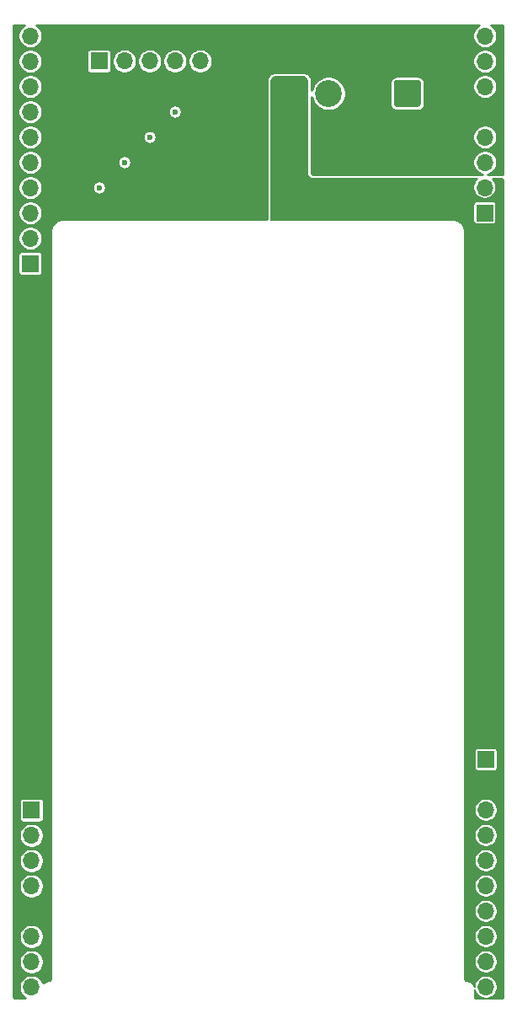
<source format=gbr>
%TF.GenerationSoftware,KiCad,Pcbnew,(5.1.9-0-10_14)*%
%TF.CreationDate,2021-04-02T13:04:38+02:00*%
%TF.ProjectId,W-DAC Piggy Board,572d4441-4320-4506-9967-677920426f61,rev?*%
%TF.SameCoordinates,Original*%
%TF.FileFunction,Copper,L3,Inr*%
%TF.FilePolarity,Positive*%
%FSLAX46Y46*%
G04 Gerber Fmt 4.6, Leading zero omitted, Abs format (unit mm)*
G04 Created by KiCad (PCBNEW (5.1.9-0-10_14)) date 2021-04-02 13:04:38*
%MOMM*%
%LPD*%
G01*
G04 APERTURE LIST*
%TA.AperFunction,ComponentPad*%
%ADD10O,1.700000X1.700000*%
%TD*%
%TA.AperFunction,ComponentPad*%
%ADD11R,1.700000X1.700000*%
%TD*%
%TA.AperFunction,ComponentPad*%
%ADD12C,2.700000*%
%TD*%
%TA.AperFunction,ViaPad*%
%ADD13C,0.600000*%
%TD*%
%TA.AperFunction,Conductor*%
%ADD14C,0.254000*%
%TD*%
%TA.AperFunction,Conductor*%
%ADD15C,0.100000*%
%TD*%
%TA.AperFunction,Conductor*%
%ADD16C,0.190500*%
%TD*%
G04 APERTURE END LIST*
D10*
%TO.N,GND*%
%TO.C,J1*%
X144160000Y-44750000D03*
%TO.N,/SCL*%
X141620000Y-44750000D03*
%TO.N,/SDA*%
X139080000Y-44750000D03*
%TO.N,/IRQ*%
X136540000Y-44750000D03*
D11*
%TO.N,/Mute*%
X134000000Y-44750000D03*
%TD*%
D12*
%TO.N,+5VD*%
%TO.C,J6*%
X153120000Y-48000000D03*
%TO.N,GND*%
X157080000Y-48000000D03*
%TO.N,VEE*%
X161040000Y-48000000D03*
%TO.N,VCC*%
%TA.AperFunction,ComponentPad*%
G36*
G01*
X166350000Y-46900001D02*
X166350000Y-49099999D01*
G75*
G02*
X166099999Y-49350000I-250001J0D01*
G01*
X163900001Y-49350000D01*
G75*
G02*
X163650000Y-49099999I0J250001D01*
G01*
X163650000Y-46900001D01*
G75*
G02*
X163900001Y-46650000I250001J0D01*
G01*
X166099999Y-46650000D01*
G75*
G02*
X166350000Y-46900001I0J-250001D01*
G01*
G37*
%TD.AperFunction*%
%TD*%
D10*
%TO.N,/Rp*%
%TO.C,J5*%
X172920000Y-137780000D03*
%TO.N,/Rn*%
X172920000Y-135240000D03*
%TO.N,GND*%
X172920000Y-132700000D03*
%TO.N,Net-(J5-Pad7)*%
X172920000Y-130160000D03*
%TO.N,Net-(J5-Pad6)*%
X172920000Y-127620000D03*
%TO.N,Net-(J5-Pad5)*%
X172920000Y-125080000D03*
%TO.N,/Mute*%
X172920000Y-122540000D03*
%TO.N,GND*%
X172920000Y-120000000D03*
%TO.N,+5VD*%
X172920000Y-117460000D03*
D11*
%TO.N,GND*%
X172920000Y-114920000D03*
%TD*%
D10*
%TO.N,/Lp*%
%TO.C,J2*%
X127200000Y-137780000D03*
%TO.N,/Ln*%
X127200000Y-135240000D03*
%TO.N,GND*%
X127200000Y-132700000D03*
%TO.N,VEE*%
X127200000Y-130160000D03*
%TO.N,VCC*%
X127200000Y-127620000D03*
%TO.N,GND*%
X127200000Y-125080000D03*
%TO.N,Net-(J2-Pad2)*%
X127200000Y-122540000D03*
D11*
%TO.N,GND*%
X127200000Y-120000000D03*
%TD*%
D10*
%TO.N,/Rp*%
%TO.C,J4*%
X172800000Y-42220000D03*
%TO.N,/Rn*%
X172800000Y-44760000D03*
%TO.N,GND*%
X172800000Y-47300000D03*
%TO.N,VEE*%
X172800000Y-49840000D03*
%TO.N,VCC*%
X172800000Y-52380000D03*
%TO.N,GND*%
X172800000Y-54920000D03*
%TO.N,Net-(J4-Pad2)*%
X172800000Y-57460000D03*
D11*
%TO.N,GND*%
X172800000Y-60000000D03*
%TD*%
D10*
%TO.N,/Lp*%
%TO.C,J3*%
X127080000Y-42220000D03*
%TO.N,/Ln*%
X127080000Y-44760000D03*
%TO.N,GND*%
X127080000Y-47300000D03*
%TO.N,/SCL*%
X127080000Y-49840000D03*
%TO.N,/SDA*%
X127080000Y-52380000D03*
%TO.N,/IRQ*%
X127080000Y-54920000D03*
%TO.N,/Mute*%
X127080000Y-57460000D03*
%TO.N,GND*%
X127080000Y-60000000D03*
%TO.N,+5VD*%
X127080000Y-62540000D03*
D11*
%TO.N,GND*%
X127080000Y-65080000D03*
%TD*%
D13*
%TO.N,/SCL*%
X141620000Y-49835000D03*
%TO.N,/SDA*%
X139080000Y-52380000D03*
%TO.N,/IRQ*%
X136540000Y-54915000D03*
%TO.N,/Mute*%
X134000000Y-57455000D03*
%TD*%
D14*
%TO.N,VEE*%
X126295283Y-41263820D02*
X126123820Y-41435283D01*
X125989102Y-41636903D01*
X125896307Y-41860931D01*
X125849000Y-42098757D01*
X125849000Y-42341243D01*
X125896307Y-42579069D01*
X125989102Y-42803097D01*
X126123820Y-43004717D01*
X126295283Y-43176180D01*
X126496903Y-43310898D01*
X126720931Y-43403693D01*
X126958757Y-43451000D01*
X127201243Y-43451000D01*
X127439069Y-43403693D01*
X127663097Y-43310898D01*
X127864717Y-43176180D01*
X128036180Y-43004717D01*
X128170898Y-42803097D01*
X128263693Y-42579069D01*
X128311000Y-42341243D01*
X128311000Y-42098757D01*
X128263693Y-41860931D01*
X128170898Y-41636903D01*
X128036180Y-41435283D01*
X127864717Y-41263820D01*
X127703353Y-41156000D01*
X172176647Y-41156000D01*
X172015283Y-41263820D01*
X171843820Y-41435283D01*
X171709102Y-41636903D01*
X171616307Y-41860931D01*
X171569000Y-42098757D01*
X171569000Y-42341243D01*
X171616307Y-42579069D01*
X171709102Y-42803097D01*
X171843820Y-43004717D01*
X172015283Y-43176180D01*
X172216903Y-43310898D01*
X172440931Y-43403693D01*
X172678757Y-43451000D01*
X172921243Y-43451000D01*
X173159069Y-43403693D01*
X173383097Y-43310898D01*
X173584717Y-43176180D01*
X173756180Y-43004717D01*
X173890898Y-42803097D01*
X173983693Y-42579069D01*
X174031000Y-42341243D01*
X174031000Y-42098757D01*
X173983693Y-41860931D01*
X173890898Y-41636903D01*
X173756180Y-41435283D01*
X173584717Y-41263820D01*
X173423353Y-41156000D01*
X174480147Y-41156000D01*
X174517881Y-41159700D01*
X174535078Y-41164892D01*
X174550943Y-41173328D01*
X174564861Y-41184680D01*
X174576317Y-41198528D01*
X174584861Y-41214330D01*
X174590173Y-41231489D01*
X174594001Y-41267910D01*
X174594001Y-56129142D01*
X174541731Y-56122260D01*
X174492000Y-56119000D01*
X173082116Y-56119000D01*
X173159069Y-56103693D01*
X173383097Y-56010898D01*
X173584717Y-55876180D01*
X173756180Y-55704717D01*
X173890898Y-55503097D01*
X173983693Y-55279069D01*
X174031000Y-55041243D01*
X174031000Y-54798757D01*
X173983693Y-54560931D01*
X173890898Y-54336903D01*
X173756180Y-54135283D01*
X173584717Y-53963820D01*
X173383097Y-53829102D01*
X173159069Y-53736307D01*
X172921243Y-53689000D01*
X172678757Y-53689000D01*
X172440931Y-53736307D01*
X172216903Y-53829102D01*
X172015283Y-53963820D01*
X171843820Y-54135283D01*
X171709102Y-54336903D01*
X171616307Y-54560931D01*
X171569000Y-54798757D01*
X171569000Y-55041243D01*
X171616307Y-55279069D01*
X171709102Y-55503097D01*
X171843820Y-55704717D01*
X172015283Y-55876180D01*
X172216903Y-56010898D01*
X172440931Y-56103693D01*
X172517884Y-56119000D01*
X155532969Y-56119000D01*
X155475983Y-56111498D01*
X155446143Y-56099137D01*
X155420522Y-56079478D01*
X155400863Y-56053857D01*
X155388502Y-56024017D01*
X155381000Y-55967031D01*
X155381000Y-52258757D01*
X171569000Y-52258757D01*
X171569000Y-52501243D01*
X171616307Y-52739069D01*
X171709102Y-52963097D01*
X171843820Y-53164717D01*
X172015283Y-53336180D01*
X172216903Y-53470898D01*
X172440931Y-53563693D01*
X172678757Y-53611000D01*
X172921243Y-53611000D01*
X173159069Y-53563693D01*
X173383097Y-53470898D01*
X173584717Y-53336180D01*
X173756180Y-53164717D01*
X173890898Y-52963097D01*
X173983693Y-52739069D01*
X174031000Y-52501243D01*
X174031000Y-52258757D01*
X173983693Y-52020931D01*
X173890898Y-51796903D01*
X173756180Y-51595283D01*
X173584717Y-51423820D01*
X173383097Y-51289102D01*
X173159069Y-51196307D01*
X172921243Y-51149000D01*
X172678757Y-51149000D01*
X172440931Y-51196307D01*
X172216903Y-51289102D01*
X172015283Y-51423820D01*
X171843820Y-51595283D01*
X171709102Y-51796903D01*
X171616307Y-52020931D01*
X171569000Y-52258757D01*
X155381000Y-52258757D01*
X155381000Y-48331365D01*
X155415521Y-48504914D01*
X155546007Y-48819936D01*
X155735444Y-49103448D01*
X155976552Y-49344556D01*
X156260064Y-49533993D01*
X156575086Y-49664479D01*
X156909511Y-49731000D01*
X157250489Y-49731000D01*
X157584914Y-49664479D01*
X157899936Y-49533993D01*
X158183448Y-49344556D01*
X158424556Y-49103448D01*
X158613993Y-48819936D01*
X158744479Y-48504914D01*
X158811000Y-48170489D01*
X158811000Y-47829511D01*
X158744479Y-47495086D01*
X158613993Y-47180064D01*
X158426861Y-46900001D01*
X163267157Y-46900001D01*
X163267157Y-49099999D01*
X163279317Y-49223461D01*
X163315329Y-49342178D01*
X163373810Y-49451588D01*
X163452513Y-49547487D01*
X163548412Y-49626190D01*
X163657822Y-49684671D01*
X163776539Y-49720683D01*
X163900001Y-49732843D01*
X166099999Y-49732843D01*
X166223461Y-49720683D01*
X166342178Y-49684671D01*
X166451588Y-49626190D01*
X166547487Y-49547487D01*
X166626190Y-49451588D01*
X166684671Y-49342178D01*
X166720683Y-49223461D01*
X166732843Y-49099999D01*
X166732843Y-47178757D01*
X171569000Y-47178757D01*
X171569000Y-47421243D01*
X171616307Y-47659069D01*
X171709102Y-47883097D01*
X171843820Y-48084717D01*
X172015283Y-48256180D01*
X172216903Y-48390898D01*
X172440931Y-48483693D01*
X172678757Y-48531000D01*
X172921243Y-48531000D01*
X173159069Y-48483693D01*
X173383097Y-48390898D01*
X173584717Y-48256180D01*
X173756180Y-48084717D01*
X173890898Y-47883097D01*
X173983693Y-47659069D01*
X174031000Y-47421243D01*
X174031000Y-47178757D01*
X173983693Y-46940931D01*
X173890898Y-46716903D01*
X173756180Y-46515283D01*
X173584717Y-46343820D01*
X173383097Y-46209102D01*
X173159069Y-46116307D01*
X172921243Y-46069000D01*
X172678757Y-46069000D01*
X172440931Y-46116307D01*
X172216903Y-46209102D01*
X172015283Y-46343820D01*
X171843820Y-46515283D01*
X171709102Y-46716903D01*
X171616307Y-46940931D01*
X171569000Y-47178757D01*
X166732843Y-47178757D01*
X166732843Y-46900001D01*
X166720683Y-46776539D01*
X166684671Y-46657822D01*
X166626190Y-46548412D01*
X166547487Y-46452513D01*
X166451588Y-46373810D01*
X166342178Y-46315329D01*
X166223461Y-46279317D01*
X166099999Y-46267157D01*
X163900001Y-46267157D01*
X163776539Y-46279317D01*
X163657822Y-46315329D01*
X163548412Y-46373810D01*
X163452513Y-46452513D01*
X163373810Y-46548412D01*
X163315329Y-46657822D01*
X163279317Y-46776539D01*
X163267157Y-46900001D01*
X158426861Y-46900001D01*
X158424556Y-46896552D01*
X158183448Y-46655444D01*
X157899936Y-46466007D01*
X157584914Y-46335521D01*
X157250489Y-46269000D01*
X156909511Y-46269000D01*
X156575086Y-46335521D01*
X156260064Y-46466007D01*
X155976552Y-46655444D01*
X155735444Y-46896552D01*
X155546007Y-47180064D01*
X155415521Y-47495086D01*
X155381000Y-47668635D01*
X155381000Y-46758000D01*
X155377740Y-46708269D01*
X155360430Y-46576789D01*
X155334689Y-46480719D01*
X155283940Y-46358199D01*
X155234208Y-46272061D01*
X155153477Y-46166851D01*
X155083149Y-46096523D01*
X154977939Y-46015792D01*
X154891801Y-45966060D01*
X154769281Y-45915311D01*
X154673211Y-45889570D01*
X154541731Y-45872260D01*
X154492000Y-45869000D01*
X151758000Y-45869000D01*
X151708269Y-45872260D01*
X151576789Y-45889570D01*
X151480719Y-45915311D01*
X151358199Y-45966060D01*
X151272061Y-46015792D01*
X151166851Y-46096523D01*
X151096523Y-46166851D01*
X151015792Y-46272061D01*
X150966060Y-46358199D01*
X150915311Y-46480719D01*
X150889570Y-46576789D01*
X150872260Y-46708269D01*
X150869000Y-46758000D01*
X150869000Y-60594000D01*
X130480059Y-60594000D01*
X130462411Y-60595738D01*
X130456221Y-60595695D01*
X130450579Y-60596248D01*
X130256482Y-60616649D01*
X130220396Y-60624056D01*
X130184292Y-60630944D01*
X130178867Y-60632581D01*
X130178861Y-60632583D01*
X129992427Y-60690294D01*
X129958500Y-60704555D01*
X129924387Y-60718338D01*
X129919381Y-60720999D01*
X129747704Y-60813824D01*
X129717137Y-60834442D01*
X129686406Y-60854552D01*
X129682012Y-60858134D01*
X129531634Y-60982538D01*
X129505664Y-61008689D01*
X129479416Y-61034394D01*
X129475807Y-61038756D01*
X129475801Y-61038762D01*
X129475797Y-61038769D01*
X129352452Y-61190004D01*
X129332078Y-61220669D01*
X129311299Y-61251016D01*
X129308605Y-61255998D01*
X129308602Y-61256002D01*
X129308602Y-61256003D01*
X129216977Y-61428325D01*
X129202949Y-61462360D01*
X129188459Y-61496168D01*
X129186782Y-61501583D01*
X129130373Y-61688419D01*
X129123211Y-61724589D01*
X129115576Y-61760509D01*
X129114984Y-61766136D01*
X129114982Y-61766147D01*
X129114982Y-61766157D01*
X129095938Y-61960381D01*
X129094000Y-61980060D01*
X129094001Y-136980139D01*
X129090301Y-137017878D01*
X129085107Y-137035079D01*
X129076672Y-137050944D01*
X129065322Y-137064860D01*
X129051472Y-137076318D01*
X129035672Y-137084861D01*
X129018511Y-137090173D01*
X128965689Y-137095725D01*
X128959714Y-137095683D01*
X128954072Y-137096236D01*
X128857023Y-137106436D01*
X128820957Y-137113839D01*
X128784831Y-137120731D01*
X128779404Y-137122369D01*
X128686185Y-137151225D01*
X128652238Y-137165495D01*
X128618142Y-137179271D01*
X128613143Y-137181928D01*
X128613139Y-137181930D01*
X128613136Y-137181932D01*
X128527299Y-137228345D01*
X128496793Y-137248922D01*
X128466003Y-137269070D01*
X128461609Y-137272653D01*
X128386420Y-137334855D01*
X128360452Y-137361005D01*
X128359327Y-137362106D01*
X128290898Y-137196903D01*
X128156180Y-136995283D01*
X127984717Y-136823820D01*
X127783097Y-136689102D01*
X127559069Y-136596307D01*
X127321243Y-136549000D01*
X127078757Y-136549000D01*
X126840931Y-136596307D01*
X126616903Y-136689102D01*
X126415283Y-136823820D01*
X126243820Y-136995283D01*
X126109102Y-137196903D01*
X126016307Y-137420931D01*
X125969000Y-137658757D01*
X125969000Y-137901243D01*
X126016307Y-138139069D01*
X126109102Y-138363097D01*
X126243820Y-138564717D01*
X126415283Y-138736180D01*
X126576647Y-138844000D01*
X125519851Y-138844000D01*
X125482122Y-138840301D01*
X125464921Y-138835107D01*
X125449056Y-138826672D01*
X125435140Y-138815322D01*
X125423682Y-138801472D01*
X125415139Y-138785672D01*
X125409827Y-138768511D01*
X125406000Y-138732099D01*
X125406000Y-135118757D01*
X125969000Y-135118757D01*
X125969000Y-135361243D01*
X126016307Y-135599069D01*
X126109102Y-135823097D01*
X126243820Y-136024717D01*
X126415283Y-136196180D01*
X126616903Y-136330898D01*
X126840931Y-136423693D01*
X127078757Y-136471000D01*
X127321243Y-136471000D01*
X127559069Y-136423693D01*
X127783097Y-136330898D01*
X127984717Y-136196180D01*
X128156180Y-136024717D01*
X128290898Y-135823097D01*
X128383693Y-135599069D01*
X128431000Y-135361243D01*
X128431000Y-135118757D01*
X128383693Y-134880931D01*
X128290898Y-134656903D01*
X128156180Y-134455283D01*
X127984717Y-134283820D01*
X127783097Y-134149102D01*
X127559069Y-134056307D01*
X127321243Y-134009000D01*
X127078757Y-134009000D01*
X126840931Y-134056307D01*
X126616903Y-134149102D01*
X126415283Y-134283820D01*
X126243820Y-134455283D01*
X126109102Y-134656903D01*
X126016307Y-134880931D01*
X125969000Y-135118757D01*
X125406000Y-135118757D01*
X125406000Y-132578757D01*
X125969000Y-132578757D01*
X125969000Y-132821243D01*
X126016307Y-133059069D01*
X126109102Y-133283097D01*
X126243820Y-133484717D01*
X126415283Y-133656180D01*
X126616903Y-133790898D01*
X126840931Y-133883693D01*
X127078757Y-133931000D01*
X127321243Y-133931000D01*
X127559069Y-133883693D01*
X127783097Y-133790898D01*
X127984717Y-133656180D01*
X128156180Y-133484717D01*
X128290898Y-133283097D01*
X128383693Y-133059069D01*
X128431000Y-132821243D01*
X128431000Y-132578757D01*
X128383693Y-132340931D01*
X128290898Y-132116903D01*
X128156180Y-131915283D01*
X127984717Y-131743820D01*
X127783097Y-131609102D01*
X127559069Y-131516307D01*
X127321243Y-131469000D01*
X127078757Y-131469000D01*
X126840931Y-131516307D01*
X126616903Y-131609102D01*
X126415283Y-131743820D01*
X126243820Y-131915283D01*
X126109102Y-132116903D01*
X126016307Y-132340931D01*
X125969000Y-132578757D01*
X125406000Y-132578757D01*
X125406000Y-127498757D01*
X125969000Y-127498757D01*
X125969000Y-127741243D01*
X126016307Y-127979069D01*
X126109102Y-128203097D01*
X126243820Y-128404717D01*
X126415283Y-128576180D01*
X126616903Y-128710898D01*
X126840931Y-128803693D01*
X127078757Y-128851000D01*
X127321243Y-128851000D01*
X127559069Y-128803693D01*
X127783097Y-128710898D01*
X127984717Y-128576180D01*
X128156180Y-128404717D01*
X128290898Y-128203097D01*
X128383693Y-127979069D01*
X128431000Y-127741243D01*
X128431000Y-127498757D01*
X128383693Y-127260931D01*
X128290898Y-127036903D01*
X128156180Y-126835283D01*
X127984717Y-126663820D01*
X127783097Y-126529102D01*
X127559069Y-126436307D01*
X127321243Y-126389000D01*
X127078757Y-126389000D01*
X126840931Y-126436307D01*
X126616903Y-126529102D01*
X126415283Y-126663820D01*
X126243820Y-126835283D01*
X126109102Y-127036903D01*
X126016307Y-127260931D01*
X125969000Y-127498757D01*
X125406000Y-127498757D01*
X125406000Y-124958757D01*
X125969000Y-124958757D01*
X125969000Y-125201243D01*
X126016307Y-125439069D01*
X126109102Y-125663097D01*
X126243820Y-125864717D01*
X126415283Y-126036180D01*
X126616903Y-126170898D01*
X126840931Y-126263693D01*
X127078757Y-126311000D01*
X127321243Y-126311000D01*
X127559069Y-126263693D01*
X127783097Y-126170898D01*
X127984717Y-126036180D01*
X128156180Y-125864717D01*
X128290898Y-125663097D01*
X128383693Y-125439069D01*
X128431000Y-125201243D01*
X128431000Y-124958757D01*
X128383693Y-124720931D01*
X128290898Y-124496903D01*
X128156180Y-124295283D01*
X127984717Y-124123820D01*
X127783097Y-123989102D01*
X127559069Y-123896307D01*
X127321243Y-123849000D01*
X127078757Y-123849000D01*
X126840931Y-123896307D01*
X126616903Y-123989102D01*
X126415283Y-124123820D01*
X126243820Y-124295283D01*
X126109102Y-124496903D01*
X126016307Y-124720931D01*
X125969000Y-124958757D01*
X125406000Y-124958757D01*
X125406000Y-122418757D01*
X125969000Y-122418757D01*
X125969000Y-122661243D01*
X126016307Y-122899069D01*
X126109102Y-123123097D01*
X126243820Y-123324717D01*
X126415283Y-123496180D01*
X126616903Y-123630898D01*
X126840931Y-123723693D01*
X127078757Y-123771000D01*
X127321243Y-123771000D01*
X127559069Y-123723693D01*
X127783097Y-123630898D01*
X127984717Y-123496180D01*
X128156180Y-123324717D01*
X128290898Y-123123097D01*
X128383693Y-122899069D01*
X128431000Y-122661243D01*
X128431000Y-122418757D01*
X128383693Y-122180931D01*
X128290898Y-121956903D01*
X128156180Y-121755283D01*
X127984717Y-121583820D01*
X127783097Y-121449102D01*
X127559069Y-121356307D01*
X127321243Y-121309000D01*
X127078757Y-121309000D01*
X126840931Y-121356307D01*
X126616903Y-121449102D01*
X126415283Y-121583820D01*
X126243820Y-121755283D01*
X126109102Y-121956903D01*
X126016307Y-122180931D01*
X125969000Y-122418757D01*
X125406000Y-122418757D01*
X125406000Y-119150000D01*
X125967157Y-119150000D01*
X125967157Y-120850000D01*
X125974513Y-120924689D01*
X125996299Y-120996508D01*
X126031678Y-121062696D01*
X126079289Y-121120711D01*
X126137304Y-121168322D01*
X126203492Y-121203701D01*
X126275311Y-121225487D01*
X126350000Y-121232843D01*
X128050000Y-121232843D01*
X128124689Y-121225487D01*
X128196508Y-121203701D01*
X128262696Y-121168322D01*
X128320711Y-121120711D01*
X128368322Y-121062696D01*
X128403701Y-120996508D01*
X128425487Y-120924689D01*
X128432843Y-120850000D01*
X128432843Y-119150000D01*
X128425487Y-119075311D01*
X128403701Y-119003492D01*
X128368322Y-118937304D01*
X128320711Y-118879289D01*
X128262696Y-118831678D01*
X128196508Y-118796299D01*
X128124689Y-118774513D01*
X128050000Y-118767157D01*
X126350000Y-118767157D01*
X126275311Y-118774513D01*
X126203492Y-118796299D01*
X126137304Y-118831678D01*
X126079289Y-118879289D01*
X126031678Y-118937304D01*
X125996299Y-119003492D01*
X125974513Y-119075311D01*
X125967157Y-119150000D01*
X125406000Y-119150000D01*
X125406000Y-64230000D01*
X125847157Y-64230000D01*
X125847157Y-65930000D01*
X125854513Y-66004689D01*
X125876299Y-66076508D01*
X125911678Y-66142696D01*
X125959289Y-66200711D01*
X126017304Y-66248322D01*
X126083492Y-66283701D01*
X126155311Y-66305487D01*
X126230000Y-66312843D01*
X127930000Y-66312843D01*
X128004689Y-66305487D01*
X128076508Y-66283701D01*
X128142696Y-66248322D01*
X128200711Y-66200711D01*
X128248322Y-66142696D01*
X128283701Y-66076508D01*
X128305487Y-66004689D01*
X128312843Y-65930000D01*
X128312843Y-64230000D01*
X128305487Y-64155311D01*
X128283701Y-64083492D01*
X128248322Y-64017304D01*
X128200711Y-63959289D01*
X128142696Y-63911678D01*
X128076508Y-63876299D01*
X128004689Y-63854513D01*
X127930000Y-63847157D01*
X126230000Y-63847157D01*
X126155311Y-63854513D01*
X126083492Y-63876299D01*
X126017304Y-63911678D01*
X125959289Y-63959289D01*
X125911678Y-64017304D01*
X125876299Y-64083492D01*
X125854513Y-64155311D01*
X125847157Y-64230000D01*
X125406000Y-64230000D01*
X125406000Y-62418757D01*
X125849000Y-62418757D01*
X125849000Y-62661243D01*
X125896307Y-62899069D01*
X125989102Y-63123097D01*
X126123820Y-63324717D01*
X126295283Y-63496180D01*
X126496903Y-63630898D01*
X126720931Y-63723693D01*
X126958757Y-63771000D01*
X127201243Y-63771000D01*
X127439069Y-63723693D01*
X127663097Y-63630898D01*
X127864717Y-63496180D01*
X128036180Y-63324717D01*
X128170898Y-63123097D01*
X128263693Y-62899069D01*
X128311000Y-62661243D01*
X128311000Y-62418757D01*
X128263693Y-62180931D01*
X128170898Y-61956903D01*
X128036180Y-61755283D01*
X127864717Y-61583820D01*
X127663097Y-61449102D01*
X127439069Y-61356307D01*
X127201243Y-61309000D01*
X126958757Y-61309000D01*
X126720931Y-61356307D01*
X126496903Y-61449102D01*
X126295283Y-61583820D01*
X126123820Y-61755283D01*
X125989102Y-61956903D01*
X125896307Y-62180931D01*
X125849000Y-62418757D01*
X125406000Y-62418757D01*
X125406000Y-59878757D01*
X125849000Y-59878757D01*
X125849000Y-60121243D01*
X125896307Y-60359069D01*
X125989102Y-60583097D01*
X126123820Y-60784717D01*
X126295283Y-60956180D01*
X126496903Y-61090898D01*
X126720931Y-61183693D01*
X126958757Y-61231000D01*
X127201243Y-61231000D01*
X127439069Y-61183693D01*
X127663097Y-61090898D01*
X127864717Y-60956180D01*
X128036180Y-60784717D01*
X128170898Y-60583097D01*
X128263693Y-60359069D01*
X128311000Y-60121243D01*
X128311000Y-59878757D01*
X128263693Y-59640931D01*
X128170898Y-59416903D01*
X128036180Y-59215283D01*
X127864717Y-59043820D01*
X127663097Y-58909102D01*
X127439069Y-58816307D01*
X127201243Y-58769000D01*
X126958757Y-58769000D01*
X126720931Y-58816307D01*
X126496903Y-58909102D01*
X126295283Y-59043820D01*
X126123820Y-59215283D01*
X125989102Y-59416903D01*
X125896307Y-59640931D01*
X125849000Y-59878757D01*
X125406000Y-59878757D01*
X125406000Y-57338757D01*
X125849000Y-57338757D01*
X125849000Y-57581243D01*
X125896307Y-57819069D01*
X125989102Y-58043097D01*
X126123820Y-58244717D01*
X126295283Y-58416180D01*
X126496903Y-58550898D01*
X126720931Y-58643693D01*
X126958757Y-58691000D01*
X127201243Y-58691000D01*
X127439069Y-58643693D01*
X127663097Y-58550898D01*
X127864717Y-58416180D01*
X128036180Y-58244717D01*
X128170898Y-58043097D01*
X128263693Y-57819069D01*
X128311000Y-57581243D01*
X128311000Y-57387927D01*
X133319000Y-57387927D01*
X133319000Y-57522073D01*
X133345171Y-57653640D01*
X133396506Y-57777574D01*
X133471033Y-57889112D01*
X133565888Y-57983967D01*
X133677426Y-58058494D01*
X133801360Y-58109829D01*
X133932927Y-58136000D01*
X134067073Y-58136000D01*
X134198640Y-58109829D01*
X134322574Y-58058494D01*
X134434112Y-57983967D01*
X134528967Y-57889112D01*
X134603494Y-57777574D01*
X134654829Y-57653640D01*
X134681000Y-57522073D01*
X134681000Y-57387927D01*
X134654829Y-57256360D01*
X134603494Y-57132426D01*
X134528967Y-57020888D01*
X134434112Y-56926033D01*
X134322574Y-56851506D01*
X134198640Y-56800171D01*
X134067073Y-56774000D01*
X133932927Y-56774000D01*
X133801360Y-56800171D01*
X133677426Y-56851506D01*
X133565888Y-56926033D01*
X133471033Y-57020888D01*
X133396506Y-57132426D01*
X133345171Y-57256360D01*
X133319000Y-57387927D01*
X128311000Y-57387927D01*
X128311000Y-57338757D01*
X128263693Y-57100931D01*
X128170898Y-56876903D01*
X128036180Y-56675283D01*
X127864717Y-56503820D01*
X127663097Y-56369102D01*
X127439069Y-56276307D01*
X127201243Y-56229000D01*
X126958757Y-56229000D01*
X126720931Y-56276307D01*
X126496903Y-56369102D01*
X126295283Y-56503820D01*
X126123820Y-56675283D01*
X125989102Y-56876903D01*
X125896307Y-57100931D01*
X125849000Y-57338757D01*
X125406000Y-57338757D01*
X125406000Y-54798757D01*
X125849000Y-54798757D01*
X125849000Y-55041243D01*
X125896307Y-55279069D01*
X125989102Y-55503097D01*
X126123820Y-55704717D01*
X126295283Y-55876180D01*
X126496903Y-56010898D01*
X126720931Y-56103693D01*
X126958757Y-56151000D01*
X127201243Y-56151000D01*
X127439069Y-56103693D01*
X127663097Y-56010898D01*
X127864717Y-55876180D01*
X128036180Y-55704717D01*
X128170898Y-55503097D01*
X128263693Y-55279069D01*
X128311000Y-55041243D01*
X128311000Y-54847927D01*
X135859000Y-54847927D01*
X135859000Y-54982073D01*
X135885171Y-55113640D01*
X135936506Y-55237574D01*
X136011033Y-55349112D01*
X136105888Y-55443967D01*
X136217426Y-55518494D01*
X136341360Y-55569829D01*
X136472927Y-55596000D01*
X136607073Y-55596000D01*
X136738640Y-55569829D01*
X136862574Y-55518494D01*
X136974112Y-55443967D01*
X137068967Y-55349112D01*
X137143494Y-55237574D01*
X137194829Y-55113640D01*
X137221000Y-54982073D01*
X137221000Y-54847927D01*
X137194829Y-54716360D01*
X137143494Y-54592426D01*
X137068967Y-54480888D01*
X136974112Y-54386033D01*
X136862574Y-54311506D01*
X136738640Y-54260171D01*
X136607073Y-54234000D01*
X136472927Y-54234000D01*
X136341360Y-54260171D01*
X136217426Y-54311506D01*
X136105888Y-54386033D01*
X136011033Y-54480888D01*
X135936506Y-54592426D01*
X135885171Y-54716360D01*
X135859000Y-54847927D01*
X128311000Y-54847927D01*
X128311000Y-54798757D01*
X128263693Y-54560931D01*
X128170898Y-54336903D01*
X128036180Y-54135283D01*
X127864717Y-53963820D01*
X127663097Y-53829102D01*
X127439069Y-53736307D01*
X127201243Y-53689000D01*
X126958757Y-53689000D01*
X126720931Y-53736307D01*
X126496903Y-53829102D01*
X126295283Y-53963820D01*
X126123820Y-54135283D01*
X125989102Y-54336903D01*
X125896307Y-54560931D01*
X125849000Y-54798757D01*
X125406000Y-54798757D01*
X125406000Y-52258757D01*
X125849000Y-52258757D01*
X125849000Y-52501243D01*
X125896307Y-52739069D01*
X125989102Y-52963097D01*
X126123820Y-53164717D01*
X126295283Y-53336180D01*
X126496903Y-53470898D01*
X126720931Y-53563693D01*
X126958757Y-53611000D01*
X127201243Y-53611000D01*
X127439069Y-53563693D01*
X127663097Y-53470898D01*
X127864717Y-53336180D01*
X128036180Y-53164717D01*
X128170898Y-52963097D01*
X128263693Y-52739069D01*
X128311000Y-52501243D01*
X128311000Y-52312927D01*
X138399000Y-52312927D01*
X138399000Y-52447073D01*
X138425171Y-52578640D01*
X138476506Y-52702574D01*
X138551033Y-52814112D01*
X138645888Y-52908967D01*
X138757426Y-52983494D01*
X138881360Y-53034829D01*
X139012927Y-53061000D01*
X139147073Y-53061000D01*
X139278640Y-53034829D01*
X139402574Y-52983494D01*
X139514112Y-52908967D01*
X139608967Y-52814112D01*
X139683494Y-52702574D01*
X139734829Y-52578640D01*
X139761000Y-52447073D01*
X139761000Y-52312927D01*
X139734829Y-52181360D01*
X139683494Y-52057426D01*
X139608967Y-51945888D01*
X139514112Y-51851033D01*
X139402574Y-51776506D01*
X139278640Y-51725171D01*
X139147073Y-51699000D01*
X139012927Y-51699000D01*
X138881360Y-51725171D01*
X138757426Y-51776506D01*
X138645888Y-51851033D01*
X138551033Y-51945888D01*
X138476506Y-52057426D01*
X138425171Y-52181360D01*
X138399000Y-52312927D01*
X128311000Y-52312927D01*
X128311000Y-52258757D01*
X128263693Y-52020931D01*
X128170898Y-51796903D01*
X128036180Y-51595283D01*
X127864717Y-51423820D01*
X127663097Y-51289102D01*
X127439069Y-51196307D01*
X127201243Y-51149000D01*
X126958757Y-51149000D01*
X126720931Y-51196307D01*
X126496903Y-51289102D01*
X126295283Y-51423820D01*
X126123820Y-51595283D01*
X125989102Y-51796903D01*
X125896307Y-52020931D01*
X125849000Y-52258757D01*
X125406000Y-52258757D01*
X125406000Y-49718757D01*
X125849000Y-49718757D01*
X125849000Y-49961243D01*
X125896307Y-50199069D01*
X125989102Y-50423097D01*
X126123820Y-50624717D01*
X126295283Y-50796180D01*
X126496903Y-50930898D01*
X126720931Y-51023693D01*
X126958757Y-51071000D01*
X127201243Y-51071000D01*
X127439069Y-51023693D01*
X127663097Y-50930898D01*
X127864717Y-50796180D01*
X128036180Y-50624717D01*
X128170898Y-50423097D01*
X128263693Y-50199069D01*
X128311000Y-49961243D01*
X128311000Y-49767927D01*
X140939000Y-49767927D01*
X140939000Y-49902073D01*
X140965171Y-50033640D01*
X141016506Y-50157574D01*
X141091033Y-50269112D01*
X141185888Y-50363967D01*
X141297426Y-50438494D01*
X141421360Y-50489829D01*
X141552927Y-50516000D01*
X141687073Y-50516000D01*
X141818640Y-50489829D01*
X141942574Y-50438494D01*
X142054112Y-50363967D01*
X142148967Y-50269112D01*
X142223494Y-50157574D01*
X142274829Y-50033640D01*
X142301000Y-49902073D01*
X142301000Y-49767927D01*
X142274829Y-49636360D01*
X142223494Y-49512426D01*
X142148967Y-49400888D01*
X142054112Y-49306033D01*
X141942574Y-49231506D01*
X141818640Y-49180171D01*
X141687073Y-49154000D01*
X141552927Y-49154000D01*
X141421360Y-49180171D01*
X141297426Y-49231506D01*
X141185888Y-49306033D01*
X141091033Y-49400888D01*
X141016506Y-49512426D01*
X140965171Y-49636360D01*
X140939000Y-49767927D01*
X128311000Y-49767927D01*
X128311000Y-49718757D01*
X128263693Y-49480931D01*
X128170898Y-49256903D01*
X128036180Y-49055283D01*
X127864717Y-48883820D01*
X127663097Y-48749102D01*
X127439069Y-48656307D01*
X127201243Y-48609000D01*
X126958757Y-48609000D01*
X126720931Y-48656307D01*
X126496903Y-48749102D01*
X126295283Y-48883820D01*
X126123820Y-49055283D01*
X125989102Y-49256903D01*
X125896307Y-49480931D01*
X125849000Y-49718757D01*
X125406000Y-49718757D01*
X125406000Y-47178757D01*
X125849000Y-47178757D01*
X125849000Y-47421243D01*
X125896307Y-47659069D01*
X125989102Y-47883097D01*
X126123820Y-48084717D01*
X126295283Y-48256180D01*
X126496903Y-48390898D01*
X126720931Y-48483693D01*
X126958757Y-48531000D01*
X127201243Y-48531000D01*
X127439069Y-48483693D01*
X127663097Y-48390898D01*
X127864717Y-48256180D01*
X128036180Y-48084717D01*
X128170898Y-47883097D01*
X128263693Y-47659069D01*
X128311000Y-47421243D01*
X128311000Y-47178757D01*
X128263693Y-46940931D01*
X128170898Y-46716903D01*
X128036180Y-46515283D01*
X127864717Y-46343820D01*
X127663097Y-46209102D01*
X127439069Y-46116307D01*
X127201243Y-46069000D01*
X126958757Y-46069000D01*
X126720931Y-46116307D01*
X126496903Y-46209102D01*
X126295283Y-46343820D01*
X126123820Y-46515283D01*
X125989102Y-46716903D01*
X125896307Y-46940931D01*
X125849000Y-47178757D01*
X125406000Y-47178757D01*
X125406000Y-44638757D01*
X125849000Y-44638757D01*
X125849000Y-44881243D01*
X125896307Y-45119069D01*
X125989102Y-45343097D01*
X126123820Y-45544717D01*
X126295283Y-45716180D01*
X126496903Y-45850898D01*
X126720931Y-45943693D01*
X126958757Y-45991000D01*
X127201243Y-45991000D01*
X127439069Y-45943693D01*
X127663097Y-45850898D01*
X127864717Y-45716180D01*
X128036180Y-45544717D01*
X128170898Y-45343097D01*
X128263693Y-45119069D01*
X128311000Y-44881243D01*
X128311000Y-44638757D01*
X128263693Y-44400931D01*
X128170898Y-44176903D01*
X128036180Y-43975283D01*
X127960897Y-43900000D01*
X132767157Y-43900000D01*
X132767157Y-45600000D01*
X132774513Y-45674689D01*
X132796299Y-45746508D01*
X132831678Y-45812696D01*
X132879289Y-45870711D01*
X132937304Y-45918322D01*
X133003492Y-45953701D01*
X133075311Y-45975487D01*
X133150000Y-45982843D01*
X134850000Y-45982843D01*
X134924689Y-45975487D01*
X134996508Y-45953701D01*
X135062696Y-45918322D01*
X135120711Y-45870711D01*
X135168322Y-45812696D01*
X135203701Y-45746508D01*
X135225487Y-45674689D01*
X135232843Y-45600000D01*
X135232843Y-44628757D01*
X135309000Y-44628757D01*
X135309000Y-44871243D01*
X135356307Y-45109069D01*
X135449102Y-45333097D01*
X135583820Y-45534717D01*
X135755283Y-45706180D01*
X135956903Y-45840898D01*
X136180931Y-45933693D01*
X136418757Y-45981000D01*
X136661243Y-45981000D01*
X136899069Y-45933693D01*
X137123097Y-45840898D01*
X137324717Y-45706180D01*
X137496180Y-45534717D01*
X137630898Y-45333097D01*
X137723693Y-45109069D01*
X137771000Y-44871243D01*
X137771000Y-44628757D01*
X137849000Y-44628757D01*
X137849000Y-44871243D01*
X137896307Y-45109069D01*
X137989102Y-45333097D01*
X138123820Y-45534717D01*
X138295283Y-45706180D01*
X138496903Y-45840898D01*
X138720931Y-45933693D01*
X138958757Y-45981000D01*
X139201243Y-45981000D01*
X139439069Y-45933693D01*
X139663097Y-45840898D01*
X139864717Y-45706180D01*
X140036180Y-45534717D01*
X140170898Y-45333097D01*
X140263693Y-45109069D01*
X140311000Y-44871243D01*
X140311000Y-44628757D01*
X140389000Y-44628757D01*
X140389000Y-44871243D01*
X140436307Y-45109069D01*
X140529102Y-45333097D01*
X140663820Y-45534717D01*
X140835283Y-45706180D01*
X141036903Y-45840898D01*
X141260931Y-45933693D01*
X141498757Y-45981000D01*
X141741243Y-45981000D01*
X141979069Y-45933693D01*
X142203097Y-45840898D01*
X142404717Y-45706180D01*
X142576180Y-45534717D01*
X142710898Y-45333097D01*
X142803693Y-45109069D01*
X142851000Y-44871243D01*
X142851000Y-44628757D01*
X142929000Y-44628757D01*
X142929000Y-44871243D01*
X142976307Y-45109069D01*
X143069102Y-45333097D01*
X143203820Y-45534717D01*
X143375283Y-45706180D01*
X143576903Y-45840898D01*
X143800931Y-45933693D01*
X144038757Y-45981000D01*
X144281243Y-45981000D01*
X144519069Y-45933693D01*
X144743097Y-45840898D01*
X144944717Y-45706180D01*
X145116180Y-45534717D01*
X145250898Y-45333097D01*
X145343693Y-45109069D01*
X145391000Y-44871243D01*
X145391000Y-44638757D01*
X171569000Y-44638757D01*
X171569000Y-44881243D01*
X171616307Y-45119069D01*
X171709102Y-45343097D01*
X171843820Y-45544717D01*
X172015283Y-45716180D01*
X172216903Y-45850898D01*
X172440931Y-45943693D01*
X172678757Y-45991000D01*
X172921243Y-45991000D01*
X173159069Y-45943693D01*
X173383097Y-45850898D01*
X173584717Y-45716180D01*
X173756180Y-45544717D01*
X173890898Y-45343097D01*
X173983693Y-45119069D01*
X174031000Y-44881243D01*
X174031000Y-44638757D01*
X173983693Y-44400931D01*
X173890898Y-44176903D01*
X173756180Y-43975283D01*
X173584717Y-43803820D01*
X173383097Y-43669102D01*
X173159069Y-43576307D01*
X172921243Y-43529000D01*
X172678757Y-43529000D01*
X172440931Y-43576307D01*
X172216903Y-43669102D01*
X172015283Y-43803820D01*
X171843820Y-43975283D01*
X171709102Y-44176903D01*
X171616307Y-44400931D01*
X171569000Y-44638757D01*
X145391000Y-44638757D01*
X145391000Y-44628757D01*
X145343693Y-44390931D01*
X145250898Y-44166903D01*
X145116180Y-43965283D01*
X144944717Y-43793820D01*
X144743097Y-43659102D01*
X144519069Y-43566307D01*
X144281243Y-43519000D01*
X144038757Y-43519000D01*
X143800931Y-43566307D01*
X143576903Y-43659102D01*
X143375283Y-43793820D01*
X143203820Y-43965283D01*
X143069102Y-44166903D01*
X142976307Y-44390931D01*
X142929000Y-44628757D01*
X142851000Y-44628757D01*
X142803693Y-44390931D01*
X142710898Y-44166903D01*
X142576180Y-43965283D01*
X142404717Y-43793820D01*
X142203097Y-43659102D01*
X141979069Y-43566307D01*
X141741243Y-43519000D01*
X141498757Y-43519000D01*
X141260931Y-43566307D01*
X141036903Y-43659102D01*
X140835283Y-43793820D01*
X140663820Y-43965283D01*
X140529102Y-44166903D01*
X140436307Y-44390931D01*
X140389000Y-44628757D01*
X140311000Y-44628757D01*
X140263693Y-44390931D01*
X140170898Y-44166903D01*
X140036180Y-43965283D01*
X139864717Y-43793820D01*
X139663097Y-43659102D01*
X139439069Y-43566307D01*
X139201243Y-43519000D01*
X138958757Y-43519000D01*
X138720931Y-43566307D01*
X138496903Y-43659102D01*
X138295283Y-43793820D01*
X138123820Y-43965283D01*
X137989102Y-44166903D01*
X137896307Y-44390931D01*
X137849000Y-44628757D01*
X137771000Y-44628757D01*
X137723693Y-44390931D01*
X137630898Y-44166903D01*
X137496180Y-43965283D01*
X137324717Y-43793820D01*
X137123097Y-43659102D01*
X136899069Y-43566307D01*
X136661243Y-43519000D01*
X136418757Y-43519000D01*
X136180931Y-43566307D01*
X135956903Y-43659102D01*
X135755283Y-43793820D01*
X135583820Y-43965283D01*
X135449102Y-44166903D01*
X135356307Y-44390931D01*
X135309000Y-44628757D01*
X135232843Y-44628757D01*
X135232843Y-43900000D01*
X135225487Y-43825311D01*
X135203701Y-43753492D01*
X135168322Y-43687304D01*
X135120711Y-43629289D01*
X135062696Y-43581678D01*
X134996508Y-43546299D01*
X134924689Y-43524513D01*
X134850000Y-43517157D01*
X133150000Y-43517157D01*
X133075311Y-43524513D01*
X133003492Y-43546299D01*
X132937304Y-43581678D01*
X132879289Y-43629289D01*
X132831678Y-43687304D01*
X132796299Y-43753492D01*
X132774513Y-43825311D01*
X132767157Y-43900000D01*
X127960897Y-43900000D01*
X127864717Y-43803820D01*
X127663097Y-43669102D01*
X127439069Y-43576307D01*
X127201243Y-43529000D01*
X126958757Y-43529000D01*
X126720931Y-43576307D01*
X126496903Y-43669102D01*
X126295283Y-43803820D01*
X126123820Y-43975283D01*
X125989102Y-44176903D01*
X125896307Y-44400931D01*
X125849000Y-44638757D01*
X125406000Y-44638757D01*
X125406000Y-41269853D01*
X125409700Y-41232119D01*
X125414892Y-41214922D01*
X125423328Y-41199057D01*
X125434680Y-41185139D01*
X125448528Y-41173683D01*
X125464330Y-41165139D01*
X125481489Y-41159827D01*
X125517901Y-41156000D01*
X126456647Y-41156000D01*
X126295283Y-41263820D01*
%TA.AperFunction,Conductor*%
D15*
G36*
X126295283Y-41263820D02*
G01*
X126123820Y-41435283D01*
X125989102Y-41636903D01*
X125896307Y-41860931D01*
X125849000Y-42098757D01*
X125849000Y-42341243D01*
X125896307Y-42579069D01*
X125989102Y-42803097D01*
X126123820Y-43004717D01*
X126295283Y-43176180D01*
X126496903Y-43310898D01*
X126720931Y-43403693D01*
X126958757Y-43451000D01*
X127201243Y-43451000D01*
X127439069Y-43403693D01*
X127663097Y-43310898D01*
X127864717Y-43176180D01*
X128036180Y-43004717D01*
X128170898Y-42803097D01*
X128263693Y-42579069D01*
X128311000Y-42341243D01*
X128311000Y-42098757D01*
X128263693Y-41860931D01*
X128170898Y-41636903D01*
X128036180Y-41435283D01*
X127864717Y-41263820D01*
X127703353Y-41156000D01*
X172176647Y-41156000D01*
X172015283Y-41263820D01*
X171843820Y-41435283D01*
X171709102Y-41636903D01*
X171616307Y-41860931D01*
X171569000Y-42098757D01*
X171569000Y-42341243D01*
X171616307Y-42579069D01*
X171709102Y-42803097D01*
X171843820Y-43004717D01*
X172015283Y-43176180D01*
X172216903Y-43310898D01*
X172440931Y-43403693D01*
X172678757Y-43451000D01*
X172921243Y-43451000D01*
X173159069Y-43403693D01*
X173383097Y-43310898D01*
X173584717Y-43176180D01*
X173756180Y-43004717D01*
X173890898Y-42803097D01*
X173983693Y-42579069D01*
X174031000Y-42341243D01*
X174031000Y-42098757D01*
X173983693Y-41860931D01*
X173890898Y-41636903D01*
X173756180Y-41435283D01*
X173584717Y-41263820D01*
X173423353Y-41156000D01*
X174480147Y-41156000D01*
X174517881Y-41159700D01*
X174535078Y-41164892D01*
X174550943Y-41173328D01*
X174564861Y-41184680D01*
X174576317Y-41198528D01*
X174584861Y-41214330D01*
X174590173Y-41231489D01*
X174594001Y-41267910D01*
X174594001Y-56129142D01*
X174541731Y-56122260D01*
X174492000Y-56119000D01*
X173082116Y-56119000D01*
X173159069Y-56103693D01*
X173383097Y-56010898D01*
X173584717Y-55876180D01*
X173756180Y-55704717D01*
X173890898Y-55503097D01*
X173983693Y-55279069D01*
X174031000Y-55041243D01*
X174031000Y-54798757D01*
X173983693Y-54560931D01*
X173890898Y-54336903D01*
X173756180Y-54135283D01*
X173584717Y-53963820D01*
X173383097Y-53829102D01*
X173159069Y-53736307D01*
X172921243Y-53689000D01*
X172678757Y-53689000D01*
X172440931Y-53736307D01*
X172216903Y-53829102D01*
X172015283Y-53963820D01*
X171843820Y-54135283D01*
X171709102Y-54336903D01*
X171616307Y-54560931D01*
X171569000Y-54798757D01*
X171569000Y-55041243D01*
X171616307Y-55279069D01*
X171709102Y-55503097D01*
X171843820Y-55704717D01*
X172015283Y-55876180D01*
X172216903Y-56010898D01*
X172440931Y-56103693D01*
X172517884Y-56119000D01*
X155532969Y-56119000D01*
X155475983Y-56111498D01*
X155446143Y-56099137D01*
X155420522Y-56079478D01*
X155400863Y-56053857D01*
X155388502Y-56024017D01*
X155381000Y-55967031D01*
X155381000Y-52258757D01*
X171569000Y-52258757D01*
X171569000Y-52501243D01*
X171616307Y-52739069D01*
X171709102Y-52963097D01*
X171843820Y-53164717D01*
X172015283Y-53336180D01*
X172216903Y-53470898D01*
X172440931Y-53563693D01*
X172678757Y-53611000D01*
X172921243Y-53611000D01*
X173159069Y-53563693D01*
X173383097Y-53470898D01*
X173584717Y-53336180D01*
X173756180Y-53164717D01*
X173890898Y-52963097D01*
X173983693Y-52739069D01*
X174031000Y-52501243D01*
X174031000Y-52258757D01*
X173983693Y-52020931D01*
X173890898Y-51796903D01*
X173756180Y-51595283D01*
X173584717Y-51423820D01*
X173383097Y-51289102D01*
X173159069Y-51196307D01*
X172921243Y-51149000D01*
X172678757Y-51149000D01*
X172440931Y-51196307D01*
X172216903Y-51289102D01*
X172015283Y-51423820D01*
X171843820Y-51595283D01*
X171709102Y-51796903D01*
X171616307Y-52020931D01*
X171569000Y-52258757D01*
X155381000Y-52258757D01*
X155381000Y-48331365D01*
X155415521Y-48504914D01*
X155546007Y-48819936D01*
X155735444Y-49103448D01*
X155976552Y-49344556D01*
X156260064Y-49533993D01*
X156575086Y-49664479D01*
X156909511Y-49731000D01*
X157250489Y-49731000D01*
X157584914Y-49664479D01*
X157899936Y-49533993D01*
X158183448Y-49344556D01*
X158424556Y-49103448D01*
X158613993Y-48819936D01*
X158744479Y-48504914D01*
X158811000Y-48170489D01*
X158811000Y-47829511D01*
X158744479Y-47495086D01*
X158613993Y-47180064D01*
X158426861Y-46900001D01*
X163267157Y-46900001D01*
X163267157Y-49099999D01*
X163279317Y-49223461D01*
X163315329Y-49342178D01*
X163373810Y-49451588D01*
X163452513Y-49547487D01*
X163548412Y-49626190D01*
X163657822Y-49684671D01*
X163776539Y-49720683D01*
X163900001Y-49732843D01*
X166099999Y-49732843D01*
X166223461Y-49720683D01*
X166342178Y-49684671D01*
X166451588Y-49626190D01*
X166547487Y-49547487D01*
X166626190Y-49451588D01*
X166684671Y-49342178D01*
X166720683Y-49223461D01*
X166732843Y-49099999D01*
X166732843Y-47178757D01*
X171569000Y-47178757D01*
X171569000Y-47421243D01*
X171616307Y-47659069D01*
X171709102Y-47883097D01*
X171843820Y-48084717D01*
X172015283Y-48256180D01*
X172216903Y-48390898D01*
X172440931Y-48483693D01*
X172678757Y-48531000D01*
X172921243Y-48531000D01*
X173159069Y-48483693D01*
X173383097Y-48390898D01*
X173584717Y-48256180D01*
X173756180Y-48084717D01*
X173890898Y-47883097D01*
X173983693Y-47659069D01*
X174031000Y-47421243D01*
X174031000Y-47178757D01*
X173983693Y-46940931D01*
X173890898Y-46716903D01*
X173756180Y-46515283D01*
X173584717Y-46343820D01*
X173383097Y-46209102D01*
X173159069Y-46116307D01*
X172921243Y-46069000D01*
X172678757Y-46069000D01*
X172440931Y-46116307D01*
X172216903Y-46209102D01*
X172015283Y-46343820D01*
X171843820Y-46515283D01*
X171709102Y-46716903D01*
X171616307Y-46940931D01*
X171569000Y-47178757D01*
X166732843Y-47178757D01*
X166732843Y-46900001D01*
X166720683Y-46776539D01*
X166684671Y-46657822D01*
X166626190Y-46548412D01*
X166547487Y-46452513D01*
X166451588Y-46373810D01*
X166342178Y-46315329D01*
X166223461Y-46279317D01*
X166099999Y-46267157D01*
X163900001Y-46267157D01*
X163776539Y-46279317D01*
X163657822Y-46315329D01*
X163548412Y-46373810D01*
X163452513Y-46452513D01*
X163373810Y-46548412D01*
X163315329Y-46657822D01*
X163279317Y-46776539D01*
X163267157Y-46900001D01*
X158426861Y-46900001D01*
X158424556Y-46896552D01*
X158183448Y-46655444D01*
X157899936Y-46466007D01*
X157584914Y-46335521D01*
X157250489Y-46269000D01*
X156909511Y-46269000D01*
X156575086Y-46335521D01*
X156260064Y-46466007D01*
X155976552Y-46655444D01*
X155735444Y-46896552D01*
X155546007Y-47180064D01*
X155415521Y-47495086D01*
X155381000Y-47668635D01*
X155381000Y-46758000D01*
X155377740Y-46708269D01*
X155360430Y-46576789D01*
X155334689Y-46480719D01*
X155283940Y-46358199D01*
X155234208Y-46272061D01*
X155153477Y-46166851D01*
X155083149Y-46096523D01*
X154977939Y-46015792D01*
X154891801Y-45966060D01*
X154769281Y-45915311D01*
X154673211Y-45889570D01*
X154541731Y-45872260D01*
X154492000Y-45869000D01*
X151758000Y-45869000D01*
X151708269Y-45872260D01*
X151576789Y-45889570D01*
X151480719Y-45915311D01*
X151358199Y-45966060D01*
X151272061Y-46015792D01*
X151166851Y-46096523D01*
X151096523Y-46166851D01*
X151015792Y-46272061D01*
X150966060Y-46358199D01*
X150915311Y-46480719D01*
X150889570Y-46576789D01*
X150872260Y-46708269D01*
X150869000Y-46758000D01*
X150869000Y-60594000D01*
X130480059Y-60594000D01*
X130462411Y-60595738D01*
X130456221Y-60595695D01*
X130450579Y-60596248D01*
X130256482Y-60616649D01*
X130220396Y-60624056D01*
X130184292Y-60630944D01*
X130178867Y-60632581D01*
X130178861Y-60632583D01*
X129992427Y-60690294D01*
X129958500Y-60704555D01*
X129924387Y-60718338D01*
X129919381Y-60720999D01*
X129747704Y-60813824D01*
X129717137Y-60834442D01*
X129686406Y-60854552D01*
X129682012Y-60858134D01*
X129531634Y-60982538D01*
X129505664Y-61008689D01*
X129479416Y-61034394D01*
X129475807Y-61038756D01*
X129475801Y-61038762D01*
X129475797Y-61038769D01*
X129352452Y-61190004D01*
X129332078Y-61220669D01*
X129311299Y-61251016D01*
X129308605Y-61255998D01*
X129308602Y-61256002D01*
X129308602Y-61256003D01*
X129216977Y-61428325D01*
X129202949Y-61462360D01*
X129188459Y-61496168D01*
X129186782Y-61501583D01*
X129130373Y-61688419D01*
X129123211Y-61724589D01*
X129115576Y-61760509D01*
X129114984Y-61766136D01*
X129114982Y-61766147D01*
X129114982Y-61766157D01*
X129095938Y-61960381D01*
X129094000Y-61980060D01*
X129094001Y-136980139D01*
X129090301Y-137017878D01*
X129085107Y-137035079D01*
X129076672Y-137050944D01*
X129065322Y-137064860D01*
X129051472Y-137076318D01*
X129035672Y-137084861D01*
X129018511Y-137090173D01*
X128965689Y-137095725D01*
X128959714Y-137095683D01*
X128954072Y-137096236D01*
X128857023Y-137106436D01*
X128820957Y-137113839D01*
X128784831Y-137120731D01*
X128779404Y-137122369D01*
X128686185Y-137151225D01*
X128652238Y-137165495D01*
X128618142Y-137179271D01*
X128613143Y-137181928D01*
X128613139Y-137181930D01*
X128613136Y-137181932D01*
X128527299Y-137228345D01*
X128496793Y-137248922D01*
X128466003Y-137269070D01*
X128461609Y-137272653D01*
X128386420Y-137334855D01*
X128360452Y-137361005D01*
X128359327Y-137362106D01*
X128290898Y-137196903D01*
X128156180Y-136995283D01*
X127984717Y-136823820D01*
X127783097Y-136689102D01*
X127559069Y-136596307D01*
X127321243Y-136549000D01*
X127078757Y-136549000D01*
X126840931Y-136596307D01*
X126616903Y-136689102D01*
X126415283Y-136823820D01*
X126243820Y-136995283D01*
X126109102Y-137196903D01*
X126016307Y-137420931D01*
X125969000Y-137658757D01*
X125969000Y-137901243D01*
X126016307Y-138139069D01*
X126109102Y-138363097D01*
X126243820Y-138564717D01*
X126415283Y-138736180D01*
X126576647Y-138844000D01*
X125519851Y-138844000D01*
X125482122Y-138840301D01*
X125464921Y-138835107D01*
X125449056Y-138826672D01*
X125435140Y-138815322D01*
X125423682Y-138801472D01*
X125415139Y-138785672D01*
X125409827Y-138768511D01*
X125406000Y-138732099D01*
X125406000Y-135118757D01*
X125969000Y-135118757D01*
X125969000Y-135361243D01*
X126016307Y-135599069D01*
X126109102Y-135823097D01*
X126243820Y-136024717D01*
X126415283Y-136196180D01*
X126616903Y-136330898D01*
X126840931Y-136423693D01*
X127078757Y-136471000D01*
X127321243Y-136471000D01*
X127559069Y-136423693D01*
X127783097Y-136330898D01*
X127984717Y-136196180D01*
X128156180Y-136024717D01*
X128290898Y-135823097D01*
X128383693Y-135599069D01*
X128431000Y-135361243D01*
X128431000Y-135118757D01*
X128383693Y-134880931D01*
X128290898Y-134656903D01*
X128156180Y-134455283D01*
X127984717Y-134283820D01*
X127783097Y-134149102D01*
X127559069Y-134056307D01*
X127321243Y-134009000D01*
X127078757Y-134009000D01*
X126840931Y-134056307D01*
X126616903Y-134149102D01*
X126415283Y-134283820D01*
X126243820Y-134455283D01*
X126109102Y-134656903D01*
X126016307Y-134880931D01*
X125969000Y-135118757D01*
X125406000Y-135118757D01*
X125406000Y-132578757D01*
X125969000Y-132578757D01*
X125969000Y-132821243D01*
X126016307Y-133059069D01*
X126109102Y-133283097D01*
X126243820Y-133484717D01*
X126415283Y-133656180D01*
X126616903Y-133790898D01*
X126840931Y-133883693D01*
X127078757Y-133931000D01*
X127321243Y-133931000D01*
X127559069Y-133883693D01*
X127783097Y-133790898D01*
X127984717Y-133656180D01*
X128156180Y-133484717D01*
X128290898Y-133283097D01*
X128383693Y-133059069D01*
X128431000Y-132821243D01*
X128431000Y-132578757D01*
X128383693Y-132340931D01*
X128290898Y-132116903D01*
X128156180Y-131915283D01*
X127984717Y-131743820D01*
X127783097Y-131609102D01*
X127559069Y-131516307D01*
X127321243Y-131469000D01*
X127078757Y-131469000D01*
X126840931Y-131516307D01*
X126616903Y-131609102D01*
X126415283Y-131743820D01*
X126243820Y-131915283D01*
X126109102Y-132116903D01*
X126016307Y-132340931D01*
X125969000Y-132578757D01*
X125406000Y-132578757D01*
X125406000Y-127498757D01*
X125969000Y-127498757D01*
X125969000Y-127741243D01*
X126016307Y-127979069D01*
X126109102Y-128203097D01*
X126243820Y-128404717D01*
X126415283Y-128576180D01*
X126616903Y-128710898D01*
X126840931Y-128803693D01*
X127078757Y-128851000D01*
X127321243Y-128851000D01*
X127559069Y-128803693D01*
X127783097Y-128710898D01*
X127984717Y-128576180D01*
X128156180Y-128404717D01*
X128290898Y-128203097D01*
X128383693Y-127979069D01*
X128431000Y-127741243D01*
X128431000Y-127498757D01*
X128383693Y-127260931D01*
X128290898Y-127036903D01*
X128156180Y-126835283D01*
X127984717Y-126663820D01*
X127783097Y-126529102D01*
X127559069Y-126436307D01*
X127321243Y-126389000D01*
X127078757Y-126389000D01*
X126840931Y-126436307D01*
X126616903Y-126529102D01*
X126415283Y-126663820D01*
X126243820Y-126835283D01*
X126109102Y-127036903D01*
X126016307Y-127260931D01*
X125969000Y-127498757D01*
X125406000Y-127498757D01*
X125406000Y-124958757D01*
X125969000Y-124958757D01*
X125969000Y-125201243D01*
X126016307Y-125439069D01*
X126109102Y-125663097D01*
X126243820Y-125864717D01*
X126415283Y-126036180D01*
X126616903Y-126170898D01*
X126840931Y-126263693D01*
X127078757Y-126311000D01*
X127321243Y-126311000D01*
X127559069Y-126263693D01*
X127783097Y-126170898D01*
X127984717Y-126036180D01*
X128156180Y-125864717D01*
X128290898Y-125663097D01*
X128383693Y-125439069D01*
X128431000Y-125201243D01*
X128431000Y-124958757D01*
X128383693Y-124720931D01*
X128290898Y-124496903D01*
X128156180Y-124295283D01*
X127984717Y-124123820D01*
X127783097Y-123989102D01*
X127559069Y-123896307D01*
X127321243Y-123849000D01*
X127078757Y-123849000D01*
X126840931Y-123896307D01*
X126616903Y-123989102D01*
X126415283Y-124123820D01*
X126243820Y-124295283D01*
X126109102Y-124496903D01*
X126016307Y-124720931D01*
X125969000Y-124958757D01*
X125406000Y-124958757D01*
X125406000Y-122418757D01*
X125969000Y-122418757D01*
X125969000Y-122661243D01*
X126016307Y-122899069D01*
X126109102Y-123123097D01*
X126243820Y-123324717D01*
X126415283Y-123496180D01*
X126616903Y-123630898D01*
X126840931Y-123723693D01*
X127078757Y-123771000D01*
X127321243Y-123771000D01*
X127559069Y-123723693D01*
X127783097Y-123630898D01*
X127984717Y-123496180D01*
X128156180Y-123324717D01*
X128290898Y-123123097D01*
X128383693Y-122899069D01*
X128431000Y-122661243D01*
X128431000Y-122418757D01*
X128383693Y-122180931D01*
X128290898Y-121956903D01*
X128156180Y-121755283D01*
X127984717Y-121583820D01*
X127783097Y-121449102D01*
X127559069Y-121356307D01*
X127321243Y-121309000D01*
X127078757Y-121309000D01*
X126840931Y-121356307D01*
X126616903Y-121449102D01*
X126415283Y-121583820D01*
X126243820Y-121755283D01*
X126109102Y-121956903D01*
X126016307Y-122180931D01*
X125969000Y-122418757D01*
X125406000Y-122418757D01*
X125406000Y-119150000D01*
X125967157Y-119150000D01*
X125967157Y-120850000D01*
X125974513Y-120924689D01*
X125996299Y-120996508D01*
X126031678Y-121062696D01*
X126079289Y-121120711D01*
X126137304Y-121168322D01*
X126203492Y-121203701D01*
X126275311Y-121225487D01*
X126350000Y-121232843D01*
X128050000Y-121232843D01*
X128124689Y-121225487D01*
X128196508Y-121203701D01*
X128262696Y-121168322D01*
X128320711Y-121120711D01*
X128368322Y-121062696D01*
X128403701Y-120996508D01*
X128425487Y-120924689D01*
X128432843Y-120850000D01*
X128432843Y-119150000D01*
X128425487Y-119075311D01*
X128403701Y-119003492D01*
X128368322Y-118937304D01*
X128320711Y-118879289D01*
X128262696Y-118831678D01*
X128196508Y-118796299D01*
X128124689Y-118774513D01*
X128050000Y-118767157D01*
X126350000Y-118767157D01*
X126275311Y-118774513D01*
X126203492Y-118796299D01*
X126137304Y-118831678D01*
X126079289Y-118879289D01*
X126031678Y-118937304D01*
X125996299Y-119003492D01*
X125974513Y-119075311D01*
X125967157Y-119150000D01*
X125406000Y-119150000D01*
X125406000Y-64230000D01*
X125847157Y-64230000D01*
X125847157Y-65930000D01*
X125854513Y-66004689D01*
X125876299Y-66076508D01*
X125911678Y-66142696D01*
X125959289Y-66200711D01*
X126017304Y-66248322D01*
X126083492Y-66283701D01*
X126155311Y-66305487D01*
X126230000Y-66312843D01*
X127930000Y-66312843D01*
X128004689Y-66305487D01*
X128076508Y-66283701D01*
X128142696Y-66248322D01*
X128200711Y-66200711D01*
X128248322Y-66142696D01*
X128283701Y-66076508D01*
X128305487Y-66004689D01*
X128312843Y-65930000D01*
X128312843Y-64230000D01*
X128305487Y-64155311D01*
X128283701Y-64083492D01*
X128248322Y-64017304D01*
X128200711Y-63959289D01*
X128142696Y-63911678D01*
X128076508Y-63876299D01*
X128004689Y-63854513D01*
X127930000Y-63847157D01*
X126230000Y-63847157D01*
X126155311Y-63854513D01*
X126083492Y-63876299D01*
X126017304Y-63911678D01*
X125959289Y-63959289D01*
X125911678Y-64017304D01*
X125876299Y-64083492D01*
X125854513Y-64155311D01*
X125847157Y-64230000D01*
X125406000Y-64230000D01*
X125406000Y-62418757D01*
X125849000Y-62418757D01*
X125849000Y-62661243D01*
X125896307Y-62899069D01*
X125989102Y-63123097D01*
X126123820Y-63324717D01*
X126295283Y-63496180D01*
X126496903Y-63630898D01*
X126720931Y-63723693D01*
X126958757Y-63771000D01*
X127201243Y-63771000D01*
X127439069Y-63723693D01*
X127663097Y-63630898D01*
X127864717Y-63496180D01*
X128036180Y-63324717D01*
X128170898Y-63123097D01*
X128263693Y-62899069D01*
X128311000Y-62661243D01*
X128311000Y-62418757D01*
X128263693Y-62180931D01*
X128170898Y-61956903D01*
X128036180Y-61755283D01*
X127864717Y-61583820D01*
X127663097Y-61449102D01*
X127439069Y-61356307D01*
X127201243Y-61309000D01*
X126958757Y-61309000D01*
X126720931Y-61356307D01*
X126496903Y-61449102D01*
X126295283Y-61583820D01*
X126123820Y-61755283D01*
X125989102Y-61956903D01*
X125896307Y-62180931D01*
X125849000Y-62418757D01*
X125406000Y-62418757D01*
X125406000Y-59878757D01*
X125849000Y-59878757D01*
X125849000Y-60121243D01*
X125896307Y-60359069D01*
X125989102Y-60583097D01*
X126123820Y-60784717D01*
X126295283Y-60956180D01*
X126496903Y-61090898D01*
X126720931Y-61183693D01*
X126958757Y-61231000D01*
X127201243Y-61231000D01*
X127439069Y-61183693D01*
X127663097Y-61090898D01*
X127864717Y-60956180D01*
X128036180Y-60784717D01*
X128170898Y-60583097D01*
X128263693Y-60359069D01*
X128311000Y-60121243D01*
X128311000Y-59878757D01*
X128263693Y-59640931D01*
X128170898Y-59416903D01*
X128036180Y-59215283D01*
X127864717Y-59043820D01*
X127663097Y-58909102D01*
X127439069Y-58816307D01*
X127201243Y-58769000D01*
X126958757Y-58769000D01*
X126720931Y-58816307D01*
X126496903Y-58909102D01*
X126295283Y-59043820D01*
X126123820Y-59215283D01*
X125989102Y-59416903D01*
X125896307Y-59640931D01*
X125849000Y-59878757D01*
X125406000Y-59878757D01*
X125406000Y-57338757D01*
X125849000Y-57338757D01*
X125849000Y-57581243D01*
X125896307Y-57819069D01*
X125989102Y-58043097D01*
X126123820Y-58244717D01*
X126295283Y-58416180D01*
X126496903Y-58550898D01*
X126720931Y-58643693D01*
X126958757Y-58691000D01*
X127201243Y-58691000D01*
X127439069Y-58643693D01*
X127663097Y-58550898D01*
X127864717Y-58416180D01*
X128036180Y-58244717D01*
X128170898Y-58043097D01*
X128263693Y-57819069D01*
X128311000Y-57581243D01*
X128311000Y-57387927D01*
X133319000Y-57387927D01*
X133319000Y-57522073D01*
X133345171Y-57653640D01*
X133396506Y-57777574D01*
X133471033Y-57889112D01*
X133565888Y-57983967D01*
X133677426Y-58058494D01*
X133801360Y-58109829D01*
X133932927Y-58136000D01*
X134067073Y-58136000D01*
X134198640Y-58109829D01*
X134322574Y-58058494D01*
X134434112Y-57983967D01*
X134528967Y-57889112D01*
X134603494Y-57777574D01*
X134654829Y-57653640D01*
X134681000Y-57522073D01*
X134681000Y-57387927D01*
X134654829Y-57256360D01*
X134603494Y-57132426D01*
X134528967Y-57020888D01*
X134434112Y-56926033D01*
X134322574Y-56851506D01*
X134198640Y-56800171D01*
X134067073Y-56774000D01*
X133932927Y-56774000D01*
X133801360Y-56800171D01*
X133677426Y-56851506D01*
X133565888Y-56926033D01*
X133471033Y-57020888D01*
X133396506Y-57132426D01*
X133345171Y-57256360D01*
X133319000Y-57387927D01*
X128311000Y-57387927D01*
X128311000Y-57338757D01*
X128263693Y-57100931D01*
X128170898Y-56876903D01*
X128036180Y-56675283D01*
X127864717Y-56503820D01*
X127663097Y-56369102D01*
X127439069Y-56276307D01*
X127201243Y-56229000D01*
X126958757Y-56229000D01*
X126720931Y-56276307D01*
X126496903Y-56369102D01*
X126295283Y-56503820D01*
X126123820Y-56675283D01*
X125989102Y-56876903D01*
X125896307Y-57100931D01*
X125849000Y-57338757D01*
X125406000Y-57338757D01*
X125406000Y-54798757D01*
X125849000Y-54798757D01*
X125849000Y-55041243D01*
X125896307Y-55279069D01*
X125989102Y-55503097D01*
X126123820Y-55704717D01*
X126295283Y-55876180D01*
X126496903Y-56010898D01*
X126720931Y-56103693D01*
X126958757Y-56151000D01*
X127201243Y-56151000D01*
X127439069Y-56103693D01*
X127663097Y-56010898D01*
X127864717Y-55876180D01*
X128036180Y-55704717D01*
X128170898Y-55503097D01*
X128263693Y-55279069D01*
X128311000Y-55041243D01*
X128311000Y-54847927D01*
X135859000Y-54847927D01*
X135859000Y-54982073D01*
X135885171Y-55113640D01*
X135936506Y-55237574D01*
X136011033Y-55349112D01*
X136105888Y-55443967D01*
X136217426Y-55518494D01*
X136341360Y-55569829D01*
X136472927Y-55596000D01*
X136607073Y-55596000D01*
X136738640Y-55569829D01*
X136862574Y-55518494D01*
X136974112Y-55443967D01*
X137068967Y-55349112D01*
X137143494Y-55237574D01*
X137194829Y-55113640D01*
X137221000Y-54982073D01*
X137221000Y-54847927D01*
X137194829Y-54716360D01*
X137143494Y-54592426D01*
X137068967Y-54480888D01*
X136974112Y-54386033D01*
X136862574Y-54311506D01*
X136738640Y-54260171D01*
X136607073Y-54234000D01*
X136472927Y-54234000D01*
X136341360Y-54260171D01*
X136217426Y-54311506D01*
X136105888Y-54386033D01*
X136011033Y-54480888D01*
X135936506Y-54592426D01*
X135885171Y-54716360D01*
X135859000Y-54847927D01*
X128311000Y-54847927D01*
X128311000Y-54798757D01*
X128263693Y-54560931D01*
X128170898Y-54336903D01*
X128036180Y-54135283D01*
X127864717Y-53963820D01*
X127663097Y-53829102D01*
X127439069Y-53736307D01*
X127201243Y-53689000D01*
X126958757Y-53689000D01*
X126720931Y-53736307D01*
X126496903Y-53829102D01*
X126295283Y-53963820D01*
X126123820Y-54135283D01*
X125989102Y-54336903D01*
X125896307Y-54560931D01*
X125849000Y-54798757D01*
X125406000Y-54798757D01*
X125406000Y-52258757D01*
X125849000Y-52258757D01*
X125849000Y-52501243D01*
X125896307Y-52739069D01*
X125989102Y-52963097D01*
X126123820Y-53164717D01*
X126295283Y-53336180D01*
X126496903Y-53470898D01*
X126720931Y-53563693D01*
X126958757Y-53611000D01*
X127201243Y-53611000D01*
X127439069Y-53563693D01*
X127663097Y-53470898D01*
X127864717Y-53336180D01*
X128036180Y-53164717D01*
X128170898Y-52963097D01*
X128263693Y-52739069D01*
X128311000Y-52501243D01*
X128311000Y-52312927D01*
X138399000Y-52312927D01*
X138399000Y-52447073D01*
X138425171Y-52578640D01*
X138476506Y-52702574D01*
X138551033Y-52814112D01*
X138645888Y-52908967D01*
X138757426Y-52983494D01*
X138881360Y-53034829D01*
X139012927Y-53061000D01*
X139147073Y-53061000D01*
X139278640Y-53034829D01*
X139402574Y-52983494D01*
X139514112Y-52908967D01*
X139608967Y-52814112D01*
X139683494Y-52702574D01*
X139734829Y-52578640D01*
X139761000Y-52447073D01*
X139761000Y-52312927D01*
X139734829Y-52181360D01*
X139683494Y-52057426D01*
X139608967Y-51945888D01*
X139514112Y-51851033D01*
X139402574Y-51776506D01*
X139278640Y-51725171D01*
X139147073Y-51699000D01*
X139012927Y-51699000D01*
X138881360Y-51725171D01*
X138757426Y-51776506D01*
X138645888Y-51851033D01*
X138551033Y-51945888D01*
X138476506Y-52057426D01*
X138425171Y-52181360D01*
X138399000Y-52312927D01*
X128311000Y-52312927D01*
X128311000Y-52258757D01*
X128263693Y-52020931D01*
X128170898Y-51796903D01*
X128036180Y-51595283D01*
X127864717Y-51423820D01*
X127663097Y-51289102D01*
X127439069Y-51196307D01*
X127201243Y-51149000D01*
X126958757Y-51149000D01*
X126720931Y-51196307D01*
X126496903Y-51289102D01*
X126295283Y-51423820D01*
X126123820Y-51595283D01*
X125989102Y-51796903D01*
X125896307Y-52020931D01*
X125849000Y-52258757D01*
X125406000Y-52258757D01*
X125406000Y-49718757D01*
X125849000Y-49718757D01*
X125849000Y-49961243D01*
X125896307Y-50199069D01*
X125989102Y-50423097D01*
X126123820Y-50624717D01*
X126295283Y-50796180D01*
X126496903Y-50930898D01*
X126720931Y-51023693D01*
X126958757Y-51071000D01*
X127201243Y-51071000D01*
X127439069Y-51023693D01*
X127663097Y-50930898D01*
X127864717Y-50796180D01*
X128036180Y-50624717D01*
X128170898Y-50423097D01*
X128263693Y-50199069D01*
X128311000Y-49961243D01*
X128311000Y-49767927D01*
X140939000Y-49767927D01*
X140939000Y-49902073D01*
X140965171Y-50033640D01*
X141016506Y-50157574D01*
X141091033Y-50269112D01*
X141185888Y-50363967D01*
X141297426Y-50438494D01*
X141421360Y-50489829D01*
X141552927Y-50516000D01*
X141687073Y-50516000D01*
X141818640Y-50489829D01*
X141942574Y-50438494D01*
X142054112Y-50363967D01*
X142148967Y-50269112D01*
X142223494Y-50157574D01*
X142274829Y-50033640D01*
X142301000Y-49902073D01*
X142301000Y-49767927D01*
X142274829Y-49636360D01*
X142223494Y-49512426D01*
X142148967Y-49400888D01*
X142054112Y-49306033D01*
X141942574Y-49231506D01*
X141818640Y-49180171D01*
X141687073Y-49154000D01*
X141552927Y-49154000D01*
X141421360Y-49180171D01*
X141297426Y-49231506D01*
X141185888Y-49306033D01*
X141091033Y-49400888D01*
X141016506Y-49512426D01*
X140965171Y-49636360D01*
X140939000Y-49767927D01*
X128311000Y-49767927D01*
X128311000Y-49718757D01*
X128263693Y-49480931D01*
X128170898Y-49256903D01*
X128036180Y-49055283D01*
X127864717Y-48883820D01*
X127663097Y-48749102D01*
X127439069Y-48656307D01*
X127201243Y-48609000D01*
X126958757Y-48609000D01*
X126720931Y-48656307D01*
X126496903Y-48749102D01*
X126295283Y-48883820D01*
X126123820Y-49055283D01*
X125989102Y-49256903D01*
X125896307Y-49480931D01*
X125849000Y-49718757D01*
X125406000Y-49718757D01*
X125406000Y-47178757D01*
X125849000Y-47178757D01*
X125849000Y-47421243D01*
X125896307Y-47659069D01*
X125989102Y-47883097D01*
X126123820Y-48084717D01*
X126295283Y-48256180D01*
X126496903Y-48390898D01*
X126720931Y-48483693D01*
X126958757Y-48531000D01*
X127201243Y-48531000D01*
X127439069Y-48483693D01*
X127663097Y-48390898D01*
X127864717Y-48256180D01*
X128036180Y-48084717D01*
X128170898Y-47883097D01*
X128263693Y-47659069D01*
X128311000Y-47421243D01*
X128311000Y-47178757D01*
X128263693Y-46940931D01*
X128170898Y-46716903D01*
X128036180Y-46515283D01*
X127864717Y-46343820D01*
X127663097Y-46209102D01*
X127439069Y-46116307D01*
X127201243Y-46069000D01*
X126958757Y-46069000D01*
X126720931Y-46116307D01*
X126496903Y-46209102D01*
X126295283Y-46343820D01*
X126123820Y-46515283D01*
X125989102Y-46716903D01*
X125896307Y-46940931D01*
X125849000Y-47178757D01*
X125406000Y-47178757D01*
X125406000Y-44638757D01*
X125849000Y-44638757D01*
X125849000Y-44881243D01*
X125896307Y-45119069D01*
X125989102Y-45343097D01*
X126123820Y-45544717D01*
X126295283Y-45716180D01*
X126496903Y-45850898D01*
X126720931Y-45943693D01*
X126958757Y-45991000D01*
X127201243Y-45991000D01*
X127439069Y-45943693D01*
X127663097Y-45850898D01*
X127864717Y-45716180D01*
X128036180Y-45544717D01*
X128170898Y-45343097D01*
X128263693Y-45119069D01*
X128311000Y-44881243D01*
X128311000Y-44638757D01*
X128263693Y-44400931D01*
X128170898Y-44176903D01*
X128036180Y-43975283D01*
X127960897Y-43900000D01*
X132767157Y-43900000D01*
X132767157Y-45600000D01*
X132774513Y-45674689D01*
X132796299Y-45746508D01*
X132831678Y-45812696D01*
X132879289Y-45870711D01*
X132937304Y-45918322D01*
X133003492Y-45953701D01*
X133075311Y-45975487D01*
X133150000Y-45982843D01*
X134850000Y-45982843D01*
X134924689Y-45975487D01*
X134996508Y-45953701D01*
X135062696Y-45918322D01*
X135120711Y-45870711D01*
X135168322Y-45812696D01*
X135203701Y-45746508D01*
X135225487Y-45674689D01*
X135232843Y-45600000D01*
X135232843Y-44628757D01*
X135309000Y-44628757D01*
X135309000Y-44871243D01*
X135356307Y-45109069D01*
X135449102Y-45333097D01*
X135583820Y-45534717D01*
X135755283Y-45706180D01*
X135956903Y-45840898D01*
X136180931Y-45933693D01*
X136418757Y-45981000D01*
X136661243Y-45981000D01*
X136899069Y-45933693D01*
X137123097Y-45840898D01*
X137324717Y-45706180D01*
X137496180Y-45534717D01*
X137630898Y-45333097D01*
X137723693Y-45109069D01*
X137771000Y-44871243D01*
X137771000Y-44628757D01*
X137849000Y-44628757D01*
X137849000Y-44871243D01*
X137896307Y-45109069D01*
X137989102Y-45333097D01*
X138123820Y-45534717D01*
X138295283Y-45706180D01*
X138496903Y-45840898D01*
X138720931Y-45933693D01*
X138958757Y-45981000D01*
X139201243Y-45981000D01*
X139439069Y-45933693D01*
X139663097Y-45840898D01*
X139864717Y-45706180D01*
X140036180Y-45534717D01*
X140170898Y-45333097D01*
X140263693Y-45109069D01*
X140311000Y-44871243D01*
X140311000Y-44628757D01*
X140389000Y-44628757D01*
X140389000Y-44871243D01*
X140436307Y-45109069D01*
X140529102Y-45333097D01*
X140663820Y-45534717D01*
X140835283Y-45706180D01*
X141036903Y-45840898D01*
X141260931Y-45933693D01*
X141498757Y-45981000D01*
X141741243Y-45981000D01*
X141979069Y-45933693D01*
X142203097Y-45840898D01*
X142404717Y-45706180D01*
X142576180Y-45534717D01*
X142710898Y-45333097D01*
X142803693Y-45109069D01*
X142851000Y-44871243D01*
X142851000Y-44628757D01*
X142929000Y-44628757D01*
X142929000Y-44871243D01*
X142976307Y-45109069D01*
X143069102Y-45333097D01*
X143203820Y-45534717D01*
X143375283Y-45706180D01*
X143576903Y-45840898D01*
X143800931Y-45933693D01*
X144038757Y-45981000D01*
X144281243Y-45981000D01*
X144519069Y-45933693D01*
X144743097Y-45840898D01*
X144944717Y-45706180D01*
X145116180Y-45534717D01*
X145250898Y-45333097D01*
X145343693Y-45109069D01*
X145391000Y-44871243D01*
X145391000Y-44638757D01*
X171569000Y-44638757D01*
X171569000Y-44881243D01*
X171616307Y-45119069D01*
X171709102Y-45343097D01*
X171843820Y-45544717D01*
X172015283Y-45716180D01*
X172216903Y-45850898D01*
X172440931Y-45943693D01*
X172678757Y-45991000D01*
X172921243Y-45991000D01*
X173159069Y-45943693D01*
X173383097Y-45850898D01*
X173584717Y-45716180D01*
X173756180Y-45544717D01*
X173890898Y-45343097D01*
X173983693Y-45119069D01*
X174031000Y-44881243D01*
X174031000Y-44638757D01*
X173983693Y-44400931D01*
X173890898Y-44176903D01*
X173756180Y-43975283D01*
X173584717Y-43803820D01*
X173383097Y-43669102D01*
X173159069Y-43576307D01*
X172921243Y-43529000D01*
X172678757Y-43529000D01*
X172440931Y-43576307D01*
X172216903Y-43669102D01*
X172015283Y-43803820D01*
X171843820Y-43975283D01*
X171709102Y-44176903D01*
X171616307Y-44400931D01*
X171569000Y-44638757D01*
X145391000Y-44638757D01*
X145391000Y-44628757D01*
X145343693Y-44390931D01*
X145250898Y-44166903D01*
X145116180Y-43965283D01*
X144944717Y-43793820D01*
X144743097Y-43659102D01*
X144519069Y-43566307D01*
X144281243Y-43519000D01*
X144038757Y-43519000D01*
X143800931Y-43566307D01*
X143576903Y-43659102D01*
X143375283Y-43793820D01*
X143203820Y-43965283D01*
X143069102Y-44166903D01*
X142976307Y-44390931D01*
X142929000Y-44628757D01*
X142851000Y-44628757D01*
X142803693Y-44390931D01*
X142710898Y-44166903D01*
X142576180Y-43965283D01*
X142404717Y-43793820D01*
X142203097Y-43659102D01*
X141979069Y-43566307D01*
X141741243Y-43519000D01*
X141498757Y-43519000D01*
X141260931Y-43566307D01*
X141036903Y-43659102D01*
X140835283Y-43793820D01*
X140663820Y-43965283D01*
X140529102Y-44166903D01*
X140436307Y-44390931D01*
X140389000Y-44628757D01*
X140311000Y-44628757D01*
X140263693Y-44390931D01*
X140170898Y-44166903D01*
X140036180Y-43965283D01*
X139864717Y-43793820D01*
X139663097Y-43659102D01*
X139439069Y-43566307D01*
X139201243Y-43519000D01*
X138958757Y-43519000D01*
X138720931Y-43566307D01*
X138496903Y-43659102D01*
X138295283Y-43793820D01*
X138123820Y-43965283D01*
X137989102Y-44166903D01*
X137896307Y-44390931D01*
X137849000Y-44628757D01*
X137771000Y-44628757D01*
X137723693Y-44390931D01*
X137630898Y-44166903D01*
X137496180Y-43965283D01*
X137324717Y-43793820D01*
X137123097Y-43659102D01*
X136899069Y-43566307D01*
X136661243Y-43519000D01*
X136418757Y-43519000D01*
X136180931Y-43566307D01*
X135956903Y-43659102D01*
X135755283Y-43793820D01*
X135583820Y-43965283D01*
X135449102Y-44166903D01*
X135356307Y-44390931D01*
X135309000Y-44628757D01*
X135232843Y-44628757D01*
X135232843Y-43900000D01*
X135225487Y-43825311D01*
X135203701Y-43753492D01*
X135168322Y-43687304D01*
X135120711Y-43629289D01*
X135062696Y-43581678D01*
X134996508Y-43546299D01*
X134924689Y-43524513D01*
X134850000Y-43517157D01*
X133150000Y-43517157D01*
X133075311Y-43524513D01*
X133003492Y-43546299D01*
X132937304Y-43581678D01*
X132879289Y-43629289D01*
X132831678Y-43687304D01*
X132796299Y-43753492D01*
X132774513Y-43825311D01*
X132767157Y-43900000D01*
X127960897Y-43900000D01*
X127864717Y-43803820D01*
X127663097Y-43669102D01*
X127439069Y-43576307D01*
X127201243Y-43529000D01*
X126958757Y-43529000D01*
X126720931Y-43576307D01*
X126496903Y-43669102D01*
X126295283Y-43803820D01*
X126123820Y-43975283D01*
X125989102Y-44176903D01*
X125896307Y-44400931D01*
X125849000Y-44638757D01*
X125406000Y-44638757D01*
X125406000Y-41269853D01*
X125409700Y-41232119D01*
X125414892Y-41214922D01*
X125423328Y-41199057D01*
X125434680Y-41185139D01*
X125448528Y-41173683D01*
X125464330Y-41165139D01*
X125481489Y-41159827D01*
X125517901Y-41156000D01*
X126456647Y-41156000D01*
X126295283Y-41263820D01*
G37*
%TD.AperFunction*%
%TD*%
D16*
%TO.N,+5VD*%
X154598614Y-46360108D02*
X154697963Y-46401260D01*
X154783277Y-46466723D01*
X154848740Y-46552037D01*
X154889892Y-46651386D01*
X154904750Y-46764243D01*
X154904750Y-55992000D01*
X154905565Y-56004433D01*
X154922875Y-56135913D01*
X154929310Y-56159930D01*
X154980059Y-56282450D01*
X154992492Y-56303985D01*
X155073223Y-56409195D01*
X155090805Y-56426777D01*
X155196015Y-56507508D01*
X155217550Y-56519941D01*
X155340070Y-56570690D01*
X155364087Y-56577125D01*
X155495567Y-56594435D01*
X155508000Y-56595250D01*
X172058558Y-56595250D01*
X171917806Y-56736002D01*
X171793512Y-56922021D01*
X171707897Y-57128714D01*
X171664250Y-57348138D01*
X171664250Y-57571862D01*
X171707897Y-57791286D01*
X171793512Y-57997979D01*
X171917806Y-58183998D01*
X172076002Y-58342194D01*
X172262021Y-58466488D01*
X172468714Y-58552103D01*
X172688138Y-58595750D01*
X172911862Y-58595750D01*
X173131286Y-58552103D01*
X173337979Y-58466488D01*
X173523998Y-58342194D01*
X173682194Y-58183998D01*
X173806488Y-57997979D01*
X173892103Y-57791286D01*
X173935750Y-57571862D01*
X173935750Y-57348138D01*
X173892103Y-57128714D01*
X173806488Y-56922021D01*
X173682194Y-56736002D01*
X173541442Y-56595250D01*
X174485757Y-56595250D01*
X174598614Y-56610108D01*
X174689251Y-56647651D01*
X174689250Y-138734802D01*
X174684184Y-138786467D01*
X174673592Y-138821550D01*
X174656388Y-138853907D01*
X174633230Y-138882301D01*
X174604993Y-138905661D01*
X174572759Y-138923089D01*
X174537755Y-138933925D01*
X174487089Y-138939250D01*
X172015198Y-138939250D01*
X171963533Y-138934184D01*
X171928450Y-138923592D01*
X171896093Y-138906388D01*
X171867699Y-138883230D01*
X171844339Y-138854993D01*
X171826911Y-138822759D01*
X171816075Y-138787755D01*
X171810750Y-138737089D01*
X171810750Y-138025084D01*
X171827897Y-138111286D01*
X171913512Y-138317979D01*
X172037806Y-138503998D01*
X172196002Y-138662194D01*
X172382021Y-138786488D01*
X172588714Y-138872103D01*
X172808138Y-138915750D01*
X173031862Y-138915750D01*
X173251286Y-138872103D01*
X173457979Y-138786488D01*
X173643998Y-138662194D01*
X173802194Y-138503998D01*
X173926488Y-138317979D01*
X174012103Y-138111286D01*
X174055750Y-137891862D01*
X174055750Y-137668138D01*
X174012103Y-137448714D01*
X173926488Y-137242021D01*
X173802194Y-137056002D01*
X173643998Y-136897806D01*
X173457979Y-136773512D01*
X173251286Y-136687897D01*
X173031862Y-136644250D01*
X172808138Y-136644250D01*
X172588714Y-136687897D01*
X172382021Y-136773512D01*
X172196002Y-136897806D01*
X172037806Y-137056002D01*
X171913512Y-137242021D01*
X171827897Y-137448714D01*
X171784250Y-137668138D01*
X171784250Y-137799846D01*
X171757785Y-137714351D01*
X171746864Y-137688370D01*
X171736319Y-137662271D01*
X171734282Y-137658440D01*
X171687869Y-137572602D01*
X171672104Y-137549230D01*
X171656698Y-137525686D01*
X171653957Y-137522326D01*
X171653955Y-137522323D01*
X171653950Y-137522318D01*
X171591754Y-137447135D01*
X171571764Y-137427285D01*
X171552065Y-137407168D01*
X171548722Y-137404403D01*
X171473101Y-137342727D01*
X171449638Y-137327137D01*
X171426400Y-137311226D01*
X171422583Y-137309162D01*
X171336422Y-137263350D01*
X171310357Y-137252607D01*
X171284498Y-137241523D01*
X171280353Y-137240240D01*
X171186935Y-137212035D01*
X171159293Y-137206562D01*
X171131755Y-137200708D01*
X171127446Y-137200256D01*
X171127443Y-137200255D01*
X171127440Y-137200255D01*
X171030323Y-137190733D01*
X170963533Y-137184184D01*
X170928450Y-137173592D01*
X170896093Y-137156388D01*
X170867699Y-137133230D01*
X170844339Y-137104993D01*
X170826911Y-137072759D01*
X170816075Y-137037755D01*
X170810750Y-136987089D01*
X170810750Y-135128138D01*
X171784250Y-135128138D01*
X171784250Y-135351862D01*
X171827897Y-135571286D01*
X171913512Y-135777979D01*
X172037806Y-135963998D01*
X172196002Y-136122194D01*
X172382021Y-136246488D01*
X172588714Y-136332103D01*
X172808138Y-136375750D01*
X173031862Y-136375750D01*
X173251286Y-136332103D01*
X173457979Y-136246488D01*
X173643998Y-136122194D01*
X173802194Y-135963998D01*
X173926488Y-135777979D01*
X174012103Y-135571286D01*
X174055750Y-135351862D01*
X174055750Y-135128138D01*
X174012103Y-134908714D01*
X173926488Y-134702021D01*
X173802194Y-134516002D01*
X173643998Y-134357806D01*
X173457979Y-134233512D01*
X173251286Y-134147897D01*
X173031862Y-134104250D01*
X172808138Y-134104250D01*
X172588714Y-134147897D01*
X172382021Y-134233512D01*
X172196002Y-134357806D01*
X172037806Y-134516002D01*
X171913512Y-134702021D01*
X171827897Y-134908714D01*
X171784250Y-135128138D01*
X170810750Y-135128138D01*
X170810750Y-132588138D01*
X171784250Y-132588138D01*
X171784250Y-132811862D01*
X171827897Y-133031286D01*
X171913512Y-133237979D01*
X172037806Y-133423998D01*
X172196002Y-133582194D01*
X172382021Y-133706488D01*
X172588714Y-133792103D01*
X172808138Y-133835750D01*
X173031862Y-133835750D01*
X173251286Y-133792103D01*
X173457979Y-133706488D01*
X173643998Y-133582194D01*
X173802194Y-133423998D01*
X173926488Y-133237979D01*
X174012103Y-133031286D01*
X174055750Y-132811862D01*
X174055750Y-132588138D01*
X174012103Y-132368714D01*
X173926488Y-132162021D01*
X173802194Y-131976002D01*
X173643998Y-131817806D01*
X173457979Y-131693512D01*
X173251286Y-131607897D01*
X173031862Y-131564250D01*
X172808138Y-131564250D01*
X172588714Y-131607897D01*
X172382021Y-131693512D01*
X172196002Y-131817806D01*
X172037806Y-131976002D01*
X171913512Y-132162021D01*
X171827897Y-132368714D01*
X171784250Y-132588138D01*
X170810750Y-132588138D01*
X170810750Y-130048138D01*
X171784250Y-130048138D01*
X171784250Y-130271862D01*
X171827897Y-130491286D01*
X171913512Y-130697979D01*
X172037806Y-130883998D01*
X172196002Y-131042194D01*
X172382021Y-131166488D01*
X172588714Y-131252103D01*
X172808138Y-131295750D01*
X173031862Y-131295750D01*
X173251286Y-131252103D01*
X173457979Y-131166488D01*
X173643998Y-131042194D01*
X173802194Y-130883998D01*
X173926488Y-130697979D01*
X174012103Y-130491286D01*
X174055750Y-130271862D01*
X174055750Y-130048138D01*
X174012103Y-129828714D01*
X173926488Y-129622021D01*
X173802194Y-129436002D01*
X173643998Y-129277806D01*
X173457979Y-129153512D01*
X173251286Y-129067897D01*
X173031862Y-129024250D01*
X172808138Y-129024250D01*
X172588714Y-129067897D01*
X172382021Y-129153512D01*
X172196002Y-129277806D01*
X172037806Y-129436002D01*
X171913512Y-129622021D01*
X171827897Y-129828714D01*
X171784250Y-130048138D01*
X170810750Y-130048138D01*
X170810750Y-127508138D01*
X171784250Y-127508138D01*
X171784250Y-127731862D01*
X171827897Y-127951286D01*
X171913512Y-128157979D01*
X172037806Y-128343998D01*
X172196002Y-128502194D01*
X172382021Y-128626488D01*
X172588714Y-128712103D01*
X172808138Y-128755750D01*
X173031862Y-128755750D01*
X173251286Y-128712103D01*
X173457979Y-128626488D01*
X173643998Y-128502194D01*
X173802194Y-128343998D01*
X173926488Y-128157979D01*
X174012103Y-127951286D01*
X174055750Y-127731862D01*
X174055750Y-127508138D01*
X174012103Y-127288714D01*
X173926488Y-127082021D01*
X173802194Y-126896002D01*
X173643998Y-126737806D01*
X173457979Y-126613512D01*
X173251286Y-126527897D01*
X173031862Y-126484250D01*
X172808138Y-126484250D01*
X172588714Y-126527897D01*
X172382021Y-126613512D01*
X172196002Y-126737806D01*
X172037806Y-126896002D01*
X171913512Y-127082021D01*
X171827897Y-127288714D01*
X171784250Y-127508138D01*
X170810750Y-127508138D01*
X170810750Y-124968138D01*
X171784250Y-124968138D01*
X171784250Y-125191862D01*
X171827897Y-125411286D01*
X171913512Y-125617979D01*
X172037806Y-125803998D01*
X172196002Y-125962194D01*
X172382021Y-126086488D01*
X172588714Y-126172103D01*
X172808138Y-126215750D01*
X173031862Y-126215750D01*
X173251286Y-126172103D01*
X173457979Y-126086488D01*
X173643998Y-125962194D01*
X173802194Y-125803998D01*
X173926488Y-125617979D01*
X174012103Y-125411286D01*
X174055750Y-125191862D01*
X174055750Y-124968138D01*
X174012103Y-124748714D01*
X173926488Y-124542021D01*
X173802194Y-124356002D01*
X173643998Y-124197806D01*
X173457979Y-124073512D01*
X173251286Y-123987897D01*
X173031862Y-123944250D01*
X172808138Y-123944250D01*
X172588714Y-123987897D01*
X172382021Y-124073512D01*
X172196002Y-124197806D01*
X172037806Y-124356002D01*
X171913512Y-124542021D01*
X171827897Y-124748714D01*
X171784250Y-124968138D01*
X170810750Y-124968138D01*
X170810750Y-122428138D01*
X171784250Y-122428138D01*
X171784250Y-122651862D01*
X171827897Y-122871286D01*
X171913512Y-123077979D01*
X172037806Y-123263998D01*
X172196002Y-123422194D01*
X172382021Y-123546488D01*
X172588714Y-123632103D01*
X172808138Y-123675750D01*
X173031862Y-123675750D01*
X173251286Y-123632103D01*
X173457979Y-123546488D01*
X173643998Y-123422194D01*
X173802194Y-123263998D01*
X173926488Y-123077979D01*
X174012103Y-122871286D01*
X174055750Y-122651862D01*
X174055750Y-122428138D01*
X174012103Y-122208714D01*
X173926488Y-122002021D01*
X173802194Y-121816002D01*
X173643998Y-121657806D01*
X173457979Y-121533512D01*
X173251286Y-121447897D01*
X173031862Y-121404250D01*
X172808138Y-121404250D01*
X172588714Y-121447897D01*
X172382021Y-121533512D01*
X172196002Y-121657806D01*
X172037806Y-121816002D01*
X171913512Y-122002021D01*
X171827897Y-122208714D01*
X171784250Y-122428138D01*
X170810750Y-122428138D01*
X170810750Y-119888138D01*
X171784250Y-119888138D01*
X171784250Y-120111862D01*
X171827897Y-120331286D01*
X171913512Y-120537979D01*
X172037806Y-120723998D01*
X172196002Y-120882194D01*
X172382021Y-121006488D01*
X172588714Y-121092103D01*
X172808138Y-121135750D01*
X173031862Y-121135750D01*
X173251286Y-121092103D01*
X173457979Y-121006488D01*
X173643998Y-120882194D01*
X173802194Y-120723998D01*
X173926488Y-120537979D01*
X174012103Y-120331286D01*
X174055750Y-120111862D01*
X174055750Y-119888138D01*
X174012103Y-119668714D01*
X173926488Y-119462021D01*
X173802194Y-119276002D01*
X173643998Y-119117806D01*
X173457979Y-118993512D01*
X173251286Y-118907897D01*
X173031862Y-118864250D01*
X172808138Y-118864250D01*
X172588714Y-118907897D01*
X172382021Y-118993512D01*
X172196002Y-119117806D01*
X172037806Y-119276002D01*
X171913512Y-119462021D01*
X171827897Y-119668714D01*
X171784250Y-119888138D01*
X170810750Y-119888138D01*
X170810750Y-114070000D01*
X171782868Y-114070000D01*
X171782868Y-115770000D01*
X171788385Y-115826017D01*
X171804725Y-115879881D01*
X171831258Y-115929522D01*
X171866967Y-115973033D01*
X171910478Y-116008742D01*
X171960119Y-116035275D01*
X172013983Y-116051615D01*
X172070000Y-116057132D01*
X173770000Y-116057132D01*
X173826017Y-116051615D01*
X173879881Y-116035275D01*
X173929522Y-116008742D01*
X173973033Y-115973033D01*
X174008742Y-115929522D01*
X174035275Y-115879881D01*
X174051615Y-115826017D01*
X174057132Y-115770000D01*
X174057132Y-114070000D01*
X174051615Y-114013983D01*
X174035275Y-113960119D01*
X174008742Y-113910478D01*
X173973033Y-113866967D01*
X173929522Y-113831258D01*
X173879881Y-113804725D01*
X173826017Y-113788385D01*
X173770000Y-113782868D01*
X172070000Y-113782868D01*
X172013983Y-113788385D01*
X171960119Y-113804725D01*
X171910478Y-113831258D01*
X171866967Y-113866967D01*
X171831258Y-113910478D01*
X171804725Y-113960119D01*
X171788385Y-114013983D01*
X171782868Y-114070000D01*
X170810750Y-114070000D01*
X170810750Y-61984740D01*
X170809404Y-61971069D01*
X170809447Y-61964854D01*
X170809024Y-61960536D01*
X170788623Y-61766439D01*
X170782952Y-61738813D01*
X170777682Y-61711185D01*
X170776428Y-61707031D01*
X170718716Y-61520593D01*
X170707800Y-61494624D01*
X170697251Y-61468515D01*
X170695214Y-61464684D01*
X170602389Y-61293007D01*
X170586619Y-61269627D01*
X170571217Y-61246089D01*
X170568482Y-61242736D01*
X170568476Y-61242728D01*
X170568469Y-61242721D01*
X170444071Y-61092349D01*
X170424080Y-61072497D01*
X170404381Y-61052381D01*
X170401037Y-61049615D01*
X170249795Y-60926265D01*
X170226324Y-60910671D01*
X170203097Y-60894767D01*
X170199285Y-60892706D01*
X170199281Y-60892703D01*
X170199277Y-60892701D01*
X170026958Y-60801078D01*
X170000918Y-60790345D01*
X169975032Y-60779250D01*
X169970887Y-60777967D01*
X169784050Y-60721558D01*
X169756451Y-60716093D01*
X169728873Y-60710231D01*
X169724558Y-60709778D01*
X169530324Y-60690733D01*
X169530317Y-60690733D01*
X169515260Y-60689250D01*
X151345250Y-60689250D01*
X151345250Y-59150000D01*
X171662868Y-59150000D01*
X171662868Y-60850000D01*
X171668385Y-60906017D01*
X171684725Y-60959881D01*
X171711258Y-61009522D01*
X171746967Y-61053033D01*
X171790478Y-61088742D01*
X171840119Y-61115275D01*
X171893983Y-61131615D01*
X171950000Y-61137132D01*
X173650000Y-61137132D01*
X173706017Y-61131615D01*
X173759881Y-61115275D01*
X173809522Y-61088742D01*
X173853033Y-61053033D01*
X173888742Y-61009522D01*
X173915275Y-60959881D01*
X173931615Y-60906017D01*
X173937132Y-60850000D01*
X173937132Y-59150000D01*
X173931615Y-59093983D01*
X173915275Y-59040119D01*
X173888742Y-58990478D01*
X173853033Y-58946967D01*
X173809522Y-58911258D01*
X173759881Y-58884725D01*
X173706017Y-58868385D01*
X173650000Y-58862868D01*
X171950000Y-58862868D01*
X171893983Y-58868385D01*
X171840119Y-58884725D01*
X171790478Y-58911258D01*
X171746967Y-58946967D01*
X171711258Y-58990478D01*
X171684725Y-59040119D01*
X171668385Y-59093983D01*
X171662868Y-59150000D01*
X151345250Y-59150000D01*
X151345250Y-46764243D01*
X151360108Y-46651386D01*
X151401260Y-46552037D01*
X151466723Y-46466723D01*
X151552037Y-46401260D01*
X151651386Y-46360108D01*
X151764243Y-46345250D01*
X154485757Y-46345250D01*
X154598614Y-46360108D01*
%TA.AperFunction,Conductor*%
D15*
G36*
X154598614Y-46360108D02*
G01*
X154697963Y-46401260D01*
X154783277Y-46466723D01*
X154848740Y-46552037D01*
X154889892Y-46651386D01*
X154904750Y-46764243D01*
X154904750Y-55992000D01*
X154905565Y-56004433D01*
X154922875Y-56135913D01*
X154929310Y-56159930D01*
X154980059Y-56282450D01*
X154992492Y-56303985D01*
X155073223Y-56409195D01*
X155090805Y-56426777D01*
X155196015Y-56507508D01*
X155217550Y-56519941D01*
X155340070Y-56570690D01*
X155364087Y-56577125D01*
X155495567Y-56594435D01*
X155508000Y-56595250D01*
X172058558Y-56595250D01*
X171917806Y-56736002D01*
X171793512Y-56922021D01*
X171707897Y-57128714D01*
X171664250Y-57348138D01*
X171664250Y-57571862D01*
X171707897Y-57791286D01*
X171793512Y-57997979D01*
X171917806Y-58183998D01*
X172076002Y-58342194D01*
X172262021Y-58466488D01*
X172468714Y-58552103D01*
X172688138Y-58595750D01*
X172911862Y-58595750D01*
X173131286Y-58552103D01*
X173337979Y-58466488D01*
X173523998Y-58342194D01*
X173682194Y-58183998D01*
X173806488Y-57997979D01*
X173892103Y-57791286D01*
X173935750Y-57571862D01*
X173935750Y-57348138D01*
X173892103Y-57128714D01*
X173806488Y-56922021D01*
X173682194Y-56736002D01*
X173541442Y-56595250D01*
X174485757Y-56595250D01*
X174598614Y-56610108D01*
X174689251Y-56647651D01*
X174689250Y-138734802D01*
X174684184Y-138786467D01*
X174673592Y-138821550D01*
X174656388Y-138853907D01*
X174633230Y-138882301D01*
X174604993Y-138905661D01*
X174572759Y-138923089D01*
X174537755Y-138933925D01*
X174487089Y-138939250D01*
X172015198Y-138939250D01*
X171963533Y-138934184D01*
X171928450Y-138923592D01*
X171896093Y-138906388D01*
X171867699Y-138883230D01*
X171844339Y-138854993D01*
X171826911Y-138822759D01*
X171816075Y-138787755D01*
X171810750Y-138737089D01*
X171810750Y-138025084D01*
X171827897Y-138111286D01*
X171913512Y-138317979D01*
X172037806Y-138503998D01*
X172196002Y-138662194D01*
X172382021Y-138786488D01*
X172588714Y-138872103D01*
X172808138Y-138915750D01*
X173031862Y-138915750D01*
X173251286Y-138872103D01*
X173457979Y-138786488D01*
X173643998Y-138662194D01*
X173802194Y-138503998D01*
X173926488Y-138317979D01*
X174012103Y-138111286D01*
X174055750Y-137891862D01*
X174055750Y-137668138D01*
X174012103Y-137448714D01*
X173926488Y-137242021D01*
X173802194Y-137056002D01*
X173643998Y-136897806D01*
X173457979Y-136773512D01*
X173251286Y-136687897D01*
X173031862Y-136644250D01*
X172808138Y-136644250D01*
X172588714Y-136687897D01*
X172382021Y-136773512D01*
X172196002Y-136897806D01*
X172037806Y-137056002D01*
X171913512Y-137242021D01*
X171827897Y-137448714D01*
X171784250Y-137668138D01*
X171784250Y-137799846D01*
X171757785Y-137714351D01*
X171746864Y-137688370D01*
X171736319Y-137662271D01*
X171734282Y-137658440D01*
X171687869Y-137572602D01*
X171672104Y-137549230D01*
X171656698Y-137525686D01*
X171653957Y-137522326D01*
X171653955Y-137522323D01*
X171653950Y-137522318D01*
X171591754Y-137447135D01*
X171571764Y-137427285D01*
X171552065Y-137407168D01*
X171548722Y-137404403D01*
X171473101Y-137342727D01*
X171449638Y-137327137D01*
X171426400Y-137311226D01*
X171422583Y-137309162D01*
X171336422Y-137263350D01*
X171310357Y-137252607D01*
X171284498Y-137241523D01*
X171280353Y-137240240D01*
X171186935Y-137212035D01*
X171159293Y-137206562D01*
X171131755Y-137200708D01*
X171127446Y-137200256D01*
X171127443Y-137200255D01*
X171127440Y-137200255D01*
X171030323Y-137190733D01*
X170963533Y-137184184D01*
X170928450Y-137173592D01*
X170896093Y-137156388D01*
X170867699Y-137133230D01*
X170844339Y-137104993D01*
X170826911Y-137072759D01*
X170816075Y-137037755D01*
X170810750Y-136987089D01*
X170810750Y-135128138D01*
X171784250Y-135128138D01*
X171784250Y-135351862D01*
X171827897Y-135571286D01*
X171913512Y-135777979D01*
X172037806Y-135963998D01*
X172196002Y-136122194D01*
X172382021Y-136246488D01*
X172588714Y-136332103D01*
X172808138Y-136375750D01*
X173031862Y-136375750D01*
X173251286Y-136332103D01*
X173457979Y-136246488D01*
X173643998Y-136122194D01*
X173802194Y-135963998D01*
X173926488Y-135777979D01*
X174012103Y-135571286D01*
X174055750Y-135351862D01*
X174055750Y-135128138D01*
X174012103Y-134908714D01*
X173926488Y-134702021D01*
X173802194Y-134516002D01*
X173643998Y-134357806D01*
X173457979Y-134233512D01*
X173251286Y-134147897D01*
X173031862Y-134104250D01*
X172808138Y-134104250D01*
X172588714Y-134147897D01*
X172382021Y-134233512D01*
X172196002Y-134357806D01*
X172037806Y-134516002D01*
X171913512Y-134702021D01*
X171827897Y-134908714D01*
X171784250Y-135128138D01*
X170810750Y-135128138D01*
X170810750Y-132588138D01*
X171784250Y-132588138D01*
X171784250Y-132811862D01*
X171827897Y-133031286D01*
X171913512Y-133237979D01*
X172037806Y-133423998D01*
X172196002Y-133582194D01*
X172382021Y-133706488D01*
X172588714Y-133792103D01*
X172808138Y-133835750D01*
X173031862Y-133835750D01*
X173251286Y-133792103D01*
X173457979Y-133706488D01*
X173643998Y-133582194D01*
X173802194Y-133423998D01*
X173926488Y-133237979D01*
X174012103Y-133031286D01*
X174055750Y-132811862D01*
X174055750Y-132588138D01*
X174012103Y-132368714D01*
X173926488Y-132162021D01*
X173802194Y-131976002D01*
X173643998Y-131817806D01*
X173457979Y-131693512D01*
X173251286Y-131607897D01*
X173031862Y-131564250D01*
X172808138Y-131564250D01*
X172588714Y-131607897D01*
X172382021Y-131693512D01*
X172196002Y-131817806D01*
X172037806Y-131976002D01*
X171913512Y-132162021D01*
X171827897Y-132368714D01*
X171784250Y-132588138D01*
X170810750Y-132588138D01*
X170810750Y-130048138D01*
X171784250Y-130048138D01*
X171784250Y-130271862D01*
X171827897Y-130491286D01*
X171913512Y-130697979D01*
X172037806Y-130883998D01*
X172196002Y-131042194D01*
X172382021Y-131166488D01*
X172588714Y-131252103D01*
X172808138Y-131295750D01*
X173031862Y-131295750D01*
X173251286Y-131252103D01*
X173457979Y-131166488D01*
X173643998Y-131042194D01*
X173802194Y-130883998D01*
X173926488Y-130697979D01*
X174012103Y-130491286D01*
X174055750Y-130271862D01*
X174055750Y-130048138D01*
X174012103Y-129828714D01*
X173926488Y-129622021D01*
X173802194Y-129436002D01*
X173643998Y-129277806D01*
X173457979Y-129153512D01*
X173251286Y-129067897D01*
X173031862Y-129024250D01*
X172808138Y-129024250D01*
X172588714Y-129067897D01*
X172382021Y-129153512D01*
X172196002Y-129277806D01*
X172037806Y-129436002D01*
X171913512Y-129622021D01*
X171827897Y-129828714D01*
X171784250Y-130048138D01*
X170810750Y-130048138D01*
X170810750Y-127508138D01*
X171784250Y-127508138D01*
X171784250Y-127731862D01*
X171827897Y-127951286D01*
X171913512Y-128157979D01*
X172037806Y-128343998D01*
X172196002Y-128502194D01*
X172382021Y-128626488D01*
X172588714Y-128712103D01*
X172808138Y-128755750D01*
X173031862Y-128755750D01*
X173251286Y-128712103D01*
X173457979Y-128626488D01*
X173643998Y-128502194D01*
X173802194Y-128343998D01*
X173926488Y-128157979D01*
X174012103Y-127951286D01*
X174055750Y-127731862D01*
X174055750Y-127508138D01*
X174012103Y-127288714D01*
X173926488Y-127082021D01*
X173802194Y-126896002D01*
X173643998Y-126737806D01*
X173457979Y-126613512D01*
X173251286Y-126527897D01*
X173031862Y-126484250D01*
X172808138Y-126484250D01*
X172588714Y-126527897D01*
X172382021Y-126613512D01*
X172196002Y-126737806D01*
X172037806Y-126896002D01*
X171913512Y-127082021D01*
X171827897Y-127288714D01*
X171784250Y-127508138D01*
X170810750Y-127508138D01*
X170810750Y-124968138D01*
X171784250Y-124968138D01*
X171784250Y-125191862D01*
X171827897Y-125411286D01*
X171913512Y-125617979D01*
X172037806Y-125803998D01*
X172196002Y-125962194D01*
X172382021Y-126086488D01*
X172588714Y-126172103D01*
X172808138Y-126215750D01*
X173031862Y-126215750D01*
X173251286Y-126172103D01*
X173457979Y-126086488D01*
X173643998Y-125962194D01*
X173802194Y-125803998D01*
X173926488Y-125617979D01*
X174012103Y-125411286D01*
X174055750Y-125191862D01*
X174055750Y-124968138D01*
X174012103Y-124748714D01*
X173926488Y-124542021D01*
X173802194Y-124356002D01*
X173643998Y-124197806D01*
X173457979Y-124073512D01*
X173251286Y-123987897D01*
X173031862Y-123944250D01*
X172808138Y-123944250D01*
X172588714Y-123987897D01*
X172382021Y-124073512D01*
X172196002Y-124197806D01*
X172037806Y-124356002D01*
X171913512Y-124542021D01*
X171827897Y-124748714D01*
X171784250Y-124968138D01*
X170810750Y-124968138D01*
X170810750Y-122428138D01*
X171784250Y-122428138D01*
X171784250Y-122651862D01*
X171827897Y-122871286D01*
X171913512Y-123077979D01*
X172037806Y-123263998D01*
X172196002Y-123422194D01*
X172382021Y-123546488D01*
X172588714Y-123632103D01*
X172808138Y-123675750D01*
X173031862Y-123675750D01*
X173251286Y-123632103D01*
X173457979Y-123546488D01*
X173643998Y-123422194D01*
X173802194Y-123263998D01*
X173926488Y-123077979D01*
X174012103Y-122871286D01*
X174055750Y-122651862D01*
X174055750Y-122428138D01*
X174012103Y-122208714D01*
X173926488Y-122002021D01*
X173802194Y-121816002D01*
X173643998Y-121657806D01*
X173457979Y-121533512D01*
X173251286Y-121447897D01*
X173031862Y-121404250D01*
X172808138Y-121404250D01*
X172588714Y-121447897D01*
X172382021Y-121533512D01*
X172196002Y-121657806D01*
X172037806Y-121816002D01*
X171913512Y-122002021D01*
X171827897Y-122208714D01*
X171784250Y-122428138D01*
X170810750Y-122428138D01*
X170810750Y-119888138D01*
X171784250Y-119888138D01*
X171784250Y-120111862D01*
X171827897Y-120331286D01*
X171913512Y-120537979D01*
X172037806Y-120723998D01*
X172196002Y-120882194D01*
X172382021Y-121006488D01*
X172588714Y-121092103D01*
X172808138Y-121135750D01*
X173031862Y-121135750D01*
X173251286Y-121092103D01*
X173457979Y-121006488D01*
X173643998Y-120882194D01*
X173802194Y-120723998D01*
X173926488Y-120537979D01*
X174012103Y-120331286D01*
X174055750Y-120111862D01*
X174055750Y-119888138D01*
X174012103Y-119668714D01*
X173926488Y-119462021D01*
X173802194Y-119276002D01*
X173643998Y-119117806D01*
X173457979Y-118993512D01*
X173251286Y-118907897D01*
X173031862Y-118864250D01*
X172808138Y-118864250D01*
X172588714Y-118907897D01*
X172382021Y-118993512D01*
X172196002Y-119117806D01*
X172037806Y-119276002D01*
X171913512Y-119462021D01*
X171827897Y-119668714D01*
X171784250Y-119888138D01*
X170810750Y-119888138D01*
X170810750Y-114070000D01*
X171782868Y-114070000D01*
X171782868Y-115770000D01*
X171788385Y-115826017D01*
X171804725Y-115879881D01*
X171831258Y-115929522D01*
X171866967Y-115973033D01*
X171910478Y-116008742D01*
X171960119Y-116035275D01*
X172013983Y-116051615D01*
X172070000Y-116057132D01*
X173770000Y-116057132D01*
X173826017Y-116051615D01*
X173879881Y-116035275D01*
X173929522Y-116008742D01*
X173973033Y-115973033D01*
X174008742Y-115929522D01*
X174035275Y-115879881D01*
X174051615Y-115826017D01*
X174057132Y-115770000D01*
X174057132Y-114070000D01*
X174051615Y-114013983D01*
X174035275Y-113960119D01*
X174008742Y-113910478D01*
X173973033Y-113866967D01*
X173929522Y-113831258D01*
X173879881Y-113804725D01*
X173826017Y-113788385D01*
X173770000Y-113782868D01*
X172070000Y-113782868D01*
X172013983Y-113788385D01*
X171960119Y-113804725D01*
X171910478Y-113831258D01*
X171866967Y-113866967D01*
X171831258Y-113910478D01*
X171804725Y-113960119D01*
X171788385Y-114013983D01*
X171782868Y-114070000D01*
X170810750Y-114070000D01*
X170810750Y-61984740D01*
X170809404Y-61971069D01*
X170809447Y-61964854D01*
X170809024Y-61960536D01*
X170788623Y-61766439D01*
X170782952Y-61738813D01*
X170777682Y-61711185D01*
X170776428Y-61707031D01*
X170718716Y-61520593D01*
X170707800Y-61494624D01*
X170697251Y-61468515D01*
X170695214Y-61464684D01*
X170602389Y-61293007D01*
X170586619Y-61269627D01*
X170571217Y-61246089D01*
X170568482Y-61242736D01*
X170568476Y-61242728D01*
X170568469Y-61242721D01*
X170444071Y-61092349D01*
X170424080Y-61072497D01*
X170404381Y-61052381D01*
X170401037Y-61049615D01*
X170249795Y-60926265D01*
X170226324Y-60910671D01*
X170203097Y-60894767D01*
X170199285Y-60892706D01*
X170199281Y-60892703D01*
X170199277Y-60892701D01*
X170026958Y-60801078D01*
X170000918Y-60790345D01*
X169975032Y-60779250D01*
X169970887Y-60777967D01*
X169784050Y-60721558D01*
X169756451Y-60716093D01*
X169728873Y-60710231D01*
X169724558Y-60709778D01*
X169530324Y-60690733D01*
X169530317Y-60690733D01*
X169515260Y-60689250D01*
X151345250Y-60689250D01*
X151345250Y-59150000D01*
X171662868Y-59150000D01*
X171662868Y-60850000D01*
X171668385Y-60906017D01*
X171684725Y-60959881D01*
X171711258Y-61009522D01*
X171746967Y-61053033D01*
X171790478Y-61088742D01*
X171840119Y-61115275D01*
X171893983Y-61131615D01*
X171950000Y-61137132D01*
X173650000Y-61137132D01*
X173706017Y-61131615D01*
X173759881Y-61115275D01*
X173809522Y-61088742D01*
X173853033Y-61053033D01*
X173888742Y-61009522D01*
X173915275Y-60959881D01*
X173931615Y-60906017D01*
X173937132Y-60850000D01*
X173937132Y-59150000D01*
X173931615Y-59093983D01*
X173915275Y-59040119D01*
X173888742Y-58990478D01*
X173853033Y-58946967D01*
X173809522Y-58911258D01*
X173759881Y-58884725D01*
X173706017Y-58868385D01*
X173650000Y-58862868D01*
X171950000Y-58862868D01*
X171893983Y-58868385D01*
X171840119Y-58884725D01*
X171790478Y-58911258D01*
X171746967Y-58946967D01*
X171711258Y-58990478D01*
X171684725Y-59040119D01*
X171668385Y-59093983D01*
X171662868Y-59150000D01*
X151345250Y-59150000D01*
X151345250Y-46764243D01*
X151360108Y-46651386D01*
X151401260Y-46552037D01*
X151466723Y-46466723D01*
X151552037Y-46401260D01*
X151651386Y-46360108D01*
X151764243Y-46345250D01*
X154485757Y-46345250D01*
X154598614Y-46360108D01*
G37*
%TD.AperFunction*%
%TD*%
M02*

</source>
